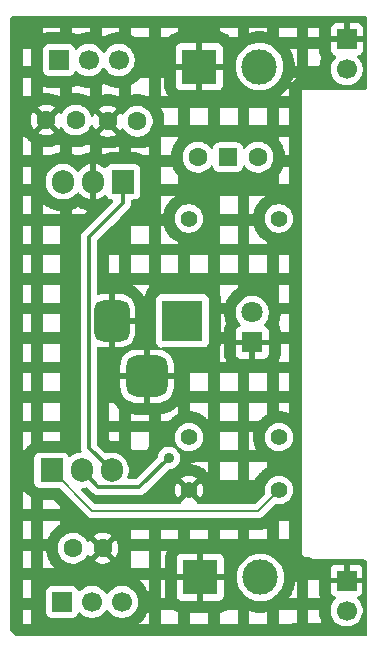
<source format=gbl>
%TF.GenerationSoftware,KiCad,Pcbnew,9.0.4*%
%TF.CreationDate,2025-10-15T15:11:25+01:00*%
%TF.ProjectId,breadboardPowerSupply,62726561-6462-46f6-9172-64506f776572,rev?*%
%TF.SameCoordinates,Original*%
%TF.FileFunction,Copper,L2,Bot*%
%TF.FilePolarity,Positive*%
%FSLAX46Y46*%
G04 Gerber Fmt 4.6, Leading zero omitted, Abs format (unit mm)*
G04 Created by KiCad (PCBNEW 9.0.4) date 2025-10-15 15:11:25*
%MOMM*%
%LPD*%
G01*
G04 APERTURE LIST*
G04 Aperture macros list*
%AMRoundRect*
0 Rectangle with rounded corners*
0 $1 Rounding radius*
0 $2 $3 $4 $5 $6 $7 $8 $9 X,Y pos of 4 corners*
0 Add a 4 corners polygon primitive as box body*
4,1,4,$2,$3,$4,$5,$6,$7,$8,$9,$2,$3,0*
0 Add four circle primitives for the rounded corners*
1,1,$1+$1,$2,$3*
1,1,$1+$1,$4,$5*
1,1,$1+$1,$6,$7*
1,1,$1+$1,$8,$9*
0 Add four rect primitives between the rounded corners*
20,1,$1+$1,$2,$3,$4,$5,0*
20,1,$1+$1,$4,$5,$6,$7,0*
20,1,$1+$1,$6,$7,$8,$9,0*
20,1,$1+$1,$8,$9,$2,$3,0*%
G04 Aperture macros list end*
%TA.AperFunction,ComponentPad*%
%ADD10RoundRect,0.875000X-0.875000X-0.875000X0.875000X-0.875000X0.875000X0.875000X-0.875000X0.875000X0*%
%TD*%
%TA.AperFunction,ComponentPad*%
%ADD11RoundRect,0.750000X-0.750000X-1.000000X0.750000X-1.000000X0.750000X1.000000X-0.750000X1.000000X0*%
%TD*%
%TA.AperFunction,ComponentPad*%
%ADD12R,3.500000X3.500000*%
%TD*%
%TA.AperFunction,ComponentPad*%
%ADD13R,3.000000X3.000000*%
%TD*%
%TA.AperFunction,ComponentPad*%
%ADD14C,3.000000*%
%TD*%
%TA.AperFunction,ComponentPad*%
%ADD15C,1.400000*%
%TD*%
%TA.AperFunction,ComponentPad*%
%ADD16R,1.500000X1.500000*%
%TD*%
%TA.AperFunction,ComponentPad*%
%ADD17C,1.600000*%
%TD*%
%TA.AperFunction,ComponentPad*%
%ADD18R,1.700000X1.700000*%
%TD*%
%TA.AperFunction,ComponentPad*%
%ADD19C,1.700000*%
%TD*%
%TA.AperFunction,ComponentPad*%
%ADD20R,1.800000X1.800000*%
%TD*%
%TA.AperFunction,ComponentPad*%
%ADD21C,1.800000*%
%TD*%
%TA.AperFunction,ComponentPad*%
%ADD22R,1.905000X2.000000*%
%TD*%
%TA.AperFunction,ComponentPad*%
%ADD23O,1.905000X2.000000*%
%TD*%
%TA.AperFunction,ViaPad*%
%ADD24C,0.900000*%
%TD*%
%TA.AperFunction,Conductor*%
%ADD25C,0.350000*%
%TD*%
%TA.AperFunction,Conductor*%
%ADD26C,0.200000*%
%TD*%
G04 APERTURE END LIST*
D10*
%TO.P,J6,3*%
%TO.N,GND*%
X153090000Y-115982500D03*
D11*
%TO.P,J6,2*%
X150090000Y-111282500D03*
D12*
%TO.P,J6,1*%
%TO.N,/PWR_input*%
X156090000Y-111282500D03*
%TD*%
D13*
%TO.P,J5,1,Pin_1*%
%TO.N,GND*%
X157600000Y-133010000D03*
D14*
%TO.P,J5,2,Pin_2*%
%TO.N,/PWR_output*%
X162680000Y-133010000D03*
%TD*%
D15*
%TO.P,R3,1*%
%TO.N,GND*%
X156640000Y-125620000D03*
%TO.P,R3,2*%
%TO.N,Net-(U2-ADJ)*%
X164260000Y-125620000D03*
%TD*%
D16*
%TO.P,SW1,1,B*%
%TO.N,/PWR_input*%
X159940000Y-97440000D03*
D17*
%TO.P,SW1,2,C*%
%TO.N,unconnected-(SW1-C-Pad2)*%
X157400000Y-97440000D03*
%TO.P,SW1,3,A*%
%TO.N,/12V*%
X162480000Y-97440000D03*
%TD*%
D18*
%TO.P,J1,1,Pin_1*%
%TO.N,GND*%
X170000000Y-87460000D03*
D19*
%TO.P,J1,2,Pin_2*%
%TO.N,/PWR_output*%
X170000000Y-90000000D03*
%TD*%
D18*
%TO.P,J4,1,Pin_1*%
%TO.N,/3.3V*%
X145890000Y-135090000D03*
D19*
%TO.P,J4,2,Pin_2*%
%TO.N,/PWR_output*%
X148430000Y-135090000D03*
%TO.P,J4,3,Pin_3*%
%TO.N,/5V*%
X150970000Y-135090000D03*
%TD*%
D17*
%TO.P,C1,1*%
%TO.N,GND*%
X149760000Y-94400000D03*
%TO.P,C1,2*%
%TO.N,/12V*%
X152260000Y-94400000D03*
%TD*%
D18*
%TO.P,J3,1,Pin_1*%
%TO.N,/3.3V*%
X145620000Y-89210000D03*
D19*
%TO.P,J3,2,Pin_2*%
%TO.N,/PWR_output*%
X148160000Y-89210000D03*
%TO.P,J3,3,Pin_3*%
%TO.N,/5V*%
X150700000Y-89210000D03*
%TD*%
D13*
%TO.P,J7,1,Pin_1*%
%TO.N,GND*%
X157520000Y-89770000D03*
D14*
%TO.P,J7,2,Pin_2*%
%TO.N,/PWR_output*%
X162600000Y-89770000D03*
%TD*%
D18*
%TO.P,J2,1,Pin_1*%
%TO.N,GND*%
X169980000Y-133280000D03*
D19*
%TO.P,J2,2,Pin_2*%
%TO.N,/PWR_output*%
X169980000Y-135820000D03*
%TD*%
D17*
%TO.P,C3,1*%
%TO.N,/3.3V*%
X146830000Y-130550000D03*
%TO.P,C3,2*%
%TO.N,GND*%
X149330000Y-130550000D03*
%TD*%
D15*
%TO.P,R1,1*%
%TO.N,Net-(U2-ADJ)*%
X164260000Y-121150000D03*
%TO.P,R1,2*%
%TO.N,/3.3V*%
X156640000Y-121150000D03*
%TD*%
D17*
%TO.P,C2,1*%
%TO.N,/5V*%
X147070000Y-94300000D03*
%TO.P,C2,2*%
%TO.N,GND*%
X144570000Y-94300000D03*
%TD*%
D20*
%TO.P,D1,1,K*%
%TO.N,GND*%
X162000000Y-113125000D03*
D21*
%TO.P,D1,2,A*%
%TO.N,Net-(D1-A)*%
X162000000Y-110585000D03*
%TD*%
D22*
%TO.P,U2,1,ADJ*%
%TO.N,Net-(U2-ADJ)*%
X145000000Y-123950000D03*
D23*
%TO.P,U2,2,VO*%
%TO.N,/3.3V*%
X147540000Y-123950000D03*
%TO.P,U2,3,VI*%
%TO.N,/12V*%
X150080000Y-123950000D03*
%TD*%
D15*
%TO.P,R2,1*%
%TO.N,Net-(D1-A)*%
X156620000Y-102640000D03*
%TO.P,R2,2*%
%TO.N,/12V*%
X164240000Y-102640000D03*
%TD*%
D22*
%TO.P,U1,1,VI*%
%TO.N,/12V*%
X151060000Y-99520000D03*
D23*
%TO.P,U1,2,GND*%
%TO.N,GND*%
X148520000Y-99520000D03*
%TO.P,U1,3,VO*%
%TO.N,/5V*%
X145980000Y-99520000D03*
%TD*%
D24*
%TO.N,/3.3V*%
X154925000Y-122900000D03*
%TD*%
D25*
%TO.N,/12V*%
X151060000Y-101320000D02*
X151060000Y-99520000D01*
X148164000Y-104216000D02*
X151060000Y-101320000D01*
X150080000Y-123950000D02*
X148164000Y-122034000D01*
X148164000Y-122034000D02*
X148164000Y-104216000D01*
%TO.N,/3.3V*%
X148966000Y-125376000D02*
X147540000Y-123950000D01*
X154925000Y-122900000D02*
X152449000Y-125376000D01*
X152449000Y-125376000D02*
X148966000Y-125376000D01*
D26*
%TO.N,Net-(U2-ADJ)*%
X162480000Y-127400000D02*
X164260000Y-125620000D01*
X145000000Y-123950000D02*
X148450000Y-127400000D01*
X148450000Y-127400000D02*
X162480000Y-127400000D01*
%TD*%
%TA.AperFunction,Conductor*%
%TO.N,GND*%
G36*
X171509631Y-85502025D02*
G01*
X171557706Y-85509639D01*
X171594595Y-85521625D01*
X171629156Y-85539235D01*
X171660538Y-85562036D01*
X171687963Y-85589461D01*
X171710765Y-85620845D01*
X171726427Y-85651583D01*
X171728372Y-85655399D01*
X171740361Y-85692297D01*
X171747973Y-85740357D01*
X171749500Y-85759755D01*
X171749500Y-91490244D01*
X171747973Y-91509642D01*
X171740361Y-91557702D01*
X171728372Y-91594600D01*
X171710766Y-91629153D01*
X171687963Y-91660538D01*
X171660538Y-91687963D01*
X171629153Y-91710766D01*
X171594600Y-91728372D01*
X171557702Y-91740361D01*
X171522884Y-91745875D01*
X171509640Y-91747973D01*
X171490244Y-91749500D01*
X167401577Y-91749500D01*
X167400077Y-91749618D01*
X167390354Y-91750000D01*
X166250000Y-91750000D01*
X166250000Y-92890354D01*
X166249618Y-92900077D01*
X166249500Y-92901577D01*
X166249500Y-130348420D01*
X166249617Y-130349906D01*
X166250000Y-130359640D01*
X166250000Y-131000000D01*
X166500000Y-131250000D01*
X166708613Y-131250000D01*
X166775652Y-131269685D01*
X166781498Y-131273682D01*
X166838682Y-131315228D01*
X166844595Y-131319524D01*
X166941272Y-131368783D01*
X167019970Y-131408882D01*
X167019972Y-131408882D01*
X167019975Y-131408884D01*
X167120317Y-131441487D01*
X167207173Y-131469709D01*
X167401578Y-131500500D01*
X167401583Y-131500500D01*
X167434108Y-131500500D01*
X171434108Y-131500500D01*
X171490244Y-131500500D01*
X171509631Y-131502025D01*
X171557706Y-131509639D01*
X171594595Y-131521625D01*
X171629156Y-131539235D01*
X171660538Y-131562036D01*
X171687963Y-131589461D01*
X171710765Y-131620845D01*
X171726427Y-131651583D01*
X171728372Y-131655399D01*
X171740361Y-131692297D01*
X171747973Y-131740357D01*
X171749500Y-131759755D01*
X171749500Y-137740244D01*
X171747973Y-137759642D01*
X171740361Y-137807702D01*
X171728372Y-137844600D01*
X171710766Y-137879153D01*
X171687963Y-137910538D01*
X171660538Y-137937963D01*
X171629153Y-137960766D01*
X171594600Y-137978372D01*
X171557702Y-137990361D01*
X171522884Y-137995875D01*
X171509640Y-137997973D01*
X171490244Y-137999500D01*
X142050862Y-137999500D01*
X141983823Y-137979815D01*
X141963181Y-137963181D01*
X141536819Y-137536819D01*
X141503334Y-137475496D01*
X141500500Y-137449138D01*
X141500500Y-137001500D01*
X142624000Y-137001500D01*
X143250500Y-137001500D01*
X152334553Y-137001500D01*
X153250500Y-137001500D01*
X154248500Y-137001500D01*
X155750500Y-137001500D01*
X155750500Y-136008000D01*
X156748500Y-136008000D01*
X156748500Y-137001500D01*
X158250500Y-137001500D01*
X158250500Y-136008000D01*
X157649454Y-136008000D01*
X157623950Y-136002927D01*
X159248500Y-136002927D01*
X159248500Y-137001500D01*
X160750500Y-137001500D01*
X161748500Y-137001500D01*
X163250500Y-137001500D01*
X164248500Y-137001500D01*
X165223439Y-137001500D01*
X165503635Y-136885439D01*
X165551088Y-136876000D01*
X165750500Y-136876000D01*
X166748500Y-136876000D01*
X167882276Y-136876000D01*
X167830314Y-136774019D01*
X167828189Y-136769636D01*
X167815846Y-136742861D01*
X167813891Y-136738392D01*
X167798893Y-136702175D01*
X167797121Y-136697647D01*
X167786936Y-136670037D01*
X167785342Y-136665440D01*
X167707545Y-136426007D01*
X167706131Y-136421347D01*
X167698138Y-136393005D01*
X167696911Y-136388300D01*
X167687758Y-136350183D01*
X167686713Y-136345423D01*
X167680964Y-136316523D01*
X167680108Y-136311728D01*
X167640723Y-136063059D01*
X167640056Y-136058236D01*
X167636596Y-136029003D01*
X167636119Y-136024165D01*
X167633041Y-135985086D01*
X167632754Y-135980221D01*
X167631596Y-135950769D01*
X167631500Y-135945897D01*
X167631500Y-135748500D01*
X166748500Y-135748500D01*
X166748500Y-136876000D01*
X165750500Y-136876000D01*
X165750500Y-135748500D01*
X164248500Y-135748500D01*
X164248500Y-137001500D01*
X163250500Y-137001500D01*
X163250500Y-135958140D01*
X163249802Y-135958279D01*
X163245812Y-135959005D01*
X163221592Y-135963004D01*
X163217578Y-135963599D01*
X162925195Y-136002093D01*
X162921167Y-136002556D01*
X162896737Y-136004963D01*
X162892687Y-136005296D01*
X162860090Y-136007432D01*
X162856039Y-136007631D01*
X162831508Y-136008434D01*
X162827451Y-136008500D01*
X162532549Y-136008500D01*
X162528492Y-136008434D01*
X162503961Y-136007631D01*
X162499910Y-136007432D01*
X162467313Y-136005296D01*
X162463263Y-136004963D01*
X162438833Y-136002556D01*
X162434805Y-136002093D01*
X162142422Y-135963599D01*
X162138408Y-135963004D01*
X162114188Y-135959005D01*
X162110198Y-135958279D01*
X162078162Y-135951907D01*
X162074194Y-135951050D01*
X162050293Y-135945477D01*
X162046357Y-135944491D01*
X161761520Y-135868169D01*
X161757624Y-135867056D01*
X161748500Y-135864288D01*
X161748500Y-137001500D01*
X160750500Y-137001500D01*
X160750500Y-135748500D01*
X159945236Y-135748500D01*
X159911632Y-135773656D01*
X159904362Y-135778703D01*
X159859295Y-135807667D01*
X159851681Y-135812185D01*
X159789091Y-135846362D01*
X159781177Y-135850323D01*
X159732441Y-135872581D01*
X159724261Y-135875970D01*
X159526904Y-135949579D01*
X159519564Y-135952058D01*
X159474695Y-135965668D01*
X159467212Y-135967685D01*
X159406501Y-135982028D01*
X159398916Y-135983572D01*
X159352738Y-135991478D01*
X159345069Y-135992545D01*
X159248500Y-136002927D01*
X157623950Y-136002927D01*
X157602000Y-135998561D01*
X157600000Y-135997732D01*
X157598000Y-135998561D01*
X157550546Y-136008000D01*
X156748500Y-136008000D01*
X155750500Y-136008000D01*
X155750500Y-135971869D01*
X155732788Y-135967685D01*
X155725305Y-135965668D01*
X155680436Y-135952058D01*
X155673096Y-135949579D01*
X155475739Y-135875970D01*
X155467559Y-135872581D01*
X155418823Y-135850323D01*
X155410909Y-135846362D01*
X155348319Y-135812185D01*
X155340705Y-135807667D01*
X155295638Y-135778703D01*
X155288368Y-135773656D01*
X155254764Y-135748500D01*
X154248500Y-135748500D01*
X154248500Y-137001500D01*
X153250500Y-137001500D01*
X153250500Y-135748500D01*
X153225399Y-135748500D01*
X153164658Y-135935440D01*
X153163064Y-135940037D01*
X153152879Y-135967647D01*
X153151107Y-135972175D01*
X153136109Y-136008392D01*
X153134154Y-136012861D01*
X153121811Y-136039636D01*
X153119686Y-136044019D01*
X153005378Y-136268361D01*
X153003083Y-136272654D01*
X152988693Y-136298350D01*
X152986231Y-136302550D01*
X152965750Y-136335973D01*
X152963126Y-136340073D01*
X152946760Y-136364568D01*
X152943974Y-136368565D01*
X152795975Y-136572269D01*
X152793032Y-136576157D01*
X152774773Y-136599316D01*
X152771683Y-136603081D01*
X152746222Y-136632888D01*
X152742988Y-136636527D01*
X152723014Y-136658132D01*
X152719644Y-136661636D01*
X152541636Y-136839644D01*
X152538132Y-136843014D01*
X152516527Y-136862988D01*
X152512888Y-136866222D01*
X152483081Y-136891683D01*
X152479316Y-136894773D01*
X152456157Y-136913032D01*
X152452269Y-136915975D01*
X152334553Y-137001500D01*
X143250500Y-137001500D01*
X143250500Y-135748500D01*
X142624000Y-135748500D01*
X142624000Y-137001500D01*
X141500500Y-137001500D01*
X141500500Y-134750500D01*
X142624000Y-134750500D01*
X143250500Y-134750500D01*
X143250500Y-134192135D01*
X144539500Y-134192135D01*
X144539500Y-135987870D01*
X144539501Y-135987876D01*
X144545908Y-136047483D01*
X144596202Y-136182328D01*
X144596206Y-136182335D01*
X144682452Y-136297544D01*
X144682455Y-136297547D01*
X144797664Y-136383793D01*
X144797671Y-136383797D01*
X144932517Y-136434091D01*
X144932516Y-136434091D01*
X144939444Y-136434835D01*
X144992127Y-136440500D01*
X146787872Y-136440499D01*
X146847483Y-136434091D01*
X146982331Y-136383796D01*
X147097546Y-136297546D01*
X147183796Y-136182331D01*
X147232810Y-136050916D01*
X147274681Y-135994984D01*
X147340145Y-135970566D01*
X147408418Y-135985417D01*
X147436673Y-136006569D01*
X147550213Y-136120109D01*
X147722179Y-136245048D01*
X147722181Y-136245049D01*
X147722184Y-136245051D01*
X147911588Y-136341557D01*
X148113757Y-136407246D01*
X148323713Y-136440500D01*
X148323714Y-136440500D01*
X148536286Y-136440500D01*
X148536287Y-136440500D01*
X148746243Y-136407246D01*
X148948412Y-136341557D01*
X149137816Y-136245051D01*
X149224138Y-136182335D01*
X149309786Y-136120109D01*
X149309788Y-136120106D01*
X149309792Y-136120104D01*
X149460104Y-135969792D01*
X149460106Y-135969788D01*
X149460109Y-135969786D01*
X149585048Y-135797820D01*
X149585047Y-135797820D01*
X149585051Y-135797816D01*
X149589514Y-135789054D01*
X149637488Y-135738259D01*
X149705308Y-135721463D01*
X149771444Y-135743999D01*
X149810486Y-135789056D01*
X149814951Y-135797820D01*
X149939890Y-135969786D01*
X150090213Y-136120109D01*
X150262179Y-136245048D01*
X150262181Y-136245049D01*
X150262184Y-136245051D01*
X150451588Y-136341557D01*
X150653757Y-136407246D01*
X150863713Y-136440500D01*
X150863714Y-136440500D01*
X151076286Y-136440500D01*
X151076287Y-136440500D01*
X151286243Y-136407246D01*
X151488412Y-136341557D01*
X151677816Y-136245051D01*
X151764138Y-136182335D01*
X151849786Y-136120109D01*
X151849788Y-136120106D01*
X151849792Y-136120104D01*
X152000104Y-135969792D01*
X152000106Y-135969788D01*
X152000109Y-135969786D01*
X152125048Y-135797820D01*
X152125047Y-135797820D01*
X152125051Y-135797816D01*
X152167904Y-135713713D01*
X168629500Y-135713713D01*
X168629500Y-135926287D01*
X168635410Y-135963599D01*
X168660198Y-136120109D01*
X168662754Y-136136243D01*
X168677730Y-136182335D01*
X168728444Y-136338414D01*
X168824951Y-136527820D01*
X168949890Y-136699786D01*
X169100213Y-136850109D01*
X169272179Y-136975048D01*
X169272181Y-136975049D01*
X169272184Y-136975051D01*
X169461588Y-137071557D01*
X169663757Y-137137246D01*
X169873713Y-137170500D01*
X169873714Y-137170500D01*
X170086286Y-137170500D01*
X170086287Y-137170500D01*
X170296243Y-137137246D01*
X170498412Y-137071557D01*
X170687816Y-136975051D01*
X170769128Y-136915975D01*
X170859786Y-136850109D01*
X170859788Y-136850106D01*
X170859792Y-136850104D01*
X171010104Y-136699792D01*
X171010106Y-136699788D01*
X171010109Y-136699786D01*
X171135048Y-136527820D01*
X171135047Y-136527820D01*
X171135051Y-136527816D01*
X171231557Y-136338412D01*
X171297246Y-136136243D01*
X171330500Y-135926287D01*
X171330500Y-135713713D01*
X171297246Y-135503757D01*
X171231557Y-135301588D01*
X171135051Y-135112184D01*
X171135049Y-135112181D01*
X171135048Y-135112179D01*
X171010109Y-134940213D01*
X170896181Y-134826285D01*
X170862696Y-134764962D01*
X170867680Y-134695270D01*
X170909552Y-134639337D01*
X170940529Y-134622422D01*
X171072086Y-134573354D01*
X171072093Y-134573350D01*
X171187187Y-134487190D01*
X171187190Y-134487187D01*
X171273350Y-134372093D01*
X171273354Y-134372086D01*
X171323596Y-134237379D01*
X171323598Y-134237372D01*
X171329999Y-134177844D01*
X171330000Y-134177827D01*
X171330000Y-133530000D01*
X170413012Y-133530000D01*
X170445925Y-133472993D01*
X170480000Y-133345826D01*
X170480000Y-133214174D01*
X170445925Y-133087007D01*
X170413012Y-133030000D01*
X171330000Y-133030000D01*
X171330000Y-132382172D01*
X171329999Y-132382155D01*
X171323598Y-132322627D01*
X171323596Y-132322620D01*
X171273354Y-132187913D01*
X171273350Y-132187906D01*
X171187190Y-132072812D01*
X171187187Y-132072809D01*
X171072093Y-131986649D01*
X171072086Y-131986645D01*
X170937379Y-131936403D01*
X170937372Y-131936401D01*
X170877844Y-131930000D01*
X170230000Y-131930000D01*
X170230000Y-132846988D01*
X170172993Y-132814075D01*
X170045826Y-132780000D01*
X169914174Y-132780000D01*
X169787007Y-132814075D01*
X169730000Y-132846988D01*
X169730000Y-131930000D01*
X169082155Y-131930000D01*
X169022627Y-131936401D01*
X169022620Y-131936403D01*
X168887913Y-131986645D01*
X168887906Y-131986649D01*
X168772812Y-132072809D01*
X168772809Y-132072812D01*
X168686649Y-132187906D01*
X168686645Y-132187913D01*
X168636403Y-132322620D01*
X168636401Y-132322627D01*
X168630000Y-132382155D01*
X168630000Y-133030000D01*
X169546988Y-133030000D01*
X169514075Y-133087007D01*
X169480000Y-133214174D01*
X169480000Y-133345826D01*
X169514075Y-133472993D01*
X169546988Y-133530000D01*
X168630000Y-133530000D01*
X168630000Y-134177844D01*
X168636401Y-134237372D01*
X168636403Y-134237379D01*
X168686645Y-134372086D01*
X168686649Y-134372093D01*
X168772809Y-134487187D01*
X168772812Y-134487190D01*
X168887906Y-134573350D01*
X168887913Y-134573354D01*
X169019470Y-134622422D01*
X169075404Y-134664293D01*
X169099821Y-134729758D01*
X169084969Y-134798031D01*
X169063819Y-134826285D01*
X168949889Y-134940215D01*
X168824951Y-135112179D01*
X168728444Y-135301585D01*
X168662753Y-135503760D01*
X168655168Y-135551650D01*
X168629500Y-135713713D01*
X152167904Y-135713713D01*
X152221557Y-135608412D01*
X152287246Y-135406243D01*
X152320500Y-135196287D01*
X152320500Y-134983713D01*
X152287246Y-134773757D01*
X152279689Y-134750500D01*
X154248500Y-134750500D01*
X154616964Y-134750500D01*
X154606289Y-134651217D01*
X154605977Y-134647905D01*
X154604364Y-134627856D01*
X154604142Y-134624542D01*
X154602713Y-134597855D01*
X154602580Y-134594539D01*
X154602044Y-134574491D01*
X154602000Y-134571177D01*
X154602000Y-133248500D01*
X154248500Y-133248500D01*
X154248500Y-134750500D01*
X152279689Y-134750500D01*
X152221557Y-134571588D01*
X152125051Y-134382184D01*
X152125049Y-134382181D01*
X152125048Y-134382179D01*
X152000109Y-134210213D01*
X151849786Y-134059890D01*
X151677820Y-133934951D01*
X151488414Y-133838444D01*
X151488413Y-133838443D01*
X151488412Y-133838443D01*
X151286243Y-133772754D01*
X151286241Y-133772753D01*
X151286240Y-133772753D01*
X151124957Y-133747208D01*
X151076287Y-133739500D01*
X150863713Y-133739500D01*
X150815042Y-133747208D01*
X150653760Y-133772753D01*
X150451585Y-133838444D01*
X150262179Y-133934951D01*
X150090213Y-134059890D01*
X149939890Y-134210213D01*
X149814949Y-134382182D01*
X149810484Y-134390946D01*
X149762509Y-134441742D01*
X149694688Y-134458536D01*
X149628553Y-134435998D01*
X149589516Y-134390946D01*
X149585050Y-134382182D01*
X149460109Y-134210213D01*
X149309786Y-134059890D01*
X149137820Y-133934951D01*
X148948414Y-133838444D01*
X148948413Y-133838443D01*
X148948412Y-133838443D01*
X148746243Y-133772754D01*
X148746241Y-133772753D01*
X148746240Y-133772753D01*
X148584957Y-133747208D01*
X148536287Y-133739500D01*
X148323713Y-133739500D01*
X148275042Y-133747208D01*
X148113760Y-133772753D01*
X147911585Y-133838444D01*
X147722179Y-133934951D01*
X147550215Y-134059889D01*
X147436673Y-134173431D01*
X147375350Y-134206915D01*
X147305658Y-134201931D01*
X147249725Y-134160059D01*
X147232810Y-134129082D01*
X147183797Y-133997671D01*
X147183793Y-133997664D01*
X147097547Y-133882455D01*
X147097544Y-133882452D01*
X146982335Y-133796206D01*
X146982328Y-133796202D01*
X146847482Y-133745908D01*
X146847483Y-133745908D01*
X146787883Y-133739501D01*
X146787881Y-133739500D01*
X146787873Y-133739500D01*
X146787864Y-133739500D01*
X144992129Y-133739500D01*
X144992123Y-133739501D01*
X144932516Y-133745908D01*
X144797671Y-133796202D01*
X144797664Y-133796206D01*
X144682455Y-133882452D01*
X144682452Y-133882455D01*
X144596206Y-133997664D01*
X144596202Y-133997671D01*
X144545908Y-134132517D01*
X144539501Y-134192116D01*
X144539500Y-134192135D01*
X143250500Y-134192135D01*
X143250500Y-133248500D01*
X152430901Y-133248500D01*
X152452269Y-133264025D01*
X152456157Y-133266968D01*
X152479316Y-133285227D01*
X152483081Y-133288317D01*
X152512888Y-133313778D01*
X152516527Y-133317012D01*
X152538132Y-133336986D01*
X152541636Y-133340356D01*
X152719644Y-133518364D01*
X152723014Y-133521868D01*
X152742988Y-133543473D01*
X152746222Y-133547112D01*
X152771683Y-133576919D01*
X152774773Y-133580684D01*
X152793032Y-133603843D01*
X152795975Y-133607731D01*
X152943974Y-133811435D01*
X152946760Y-133815432D01*
X152963126Y-133839927D01*
X152965750Y-133844027D01*
X152986231Y-133877450D01*
X152988693Y-133881650D01*
X153003083Y-133907346D01*
X153005378Y-133911639D01*
X153119686Y-134135981D01*
X153121811Y-134140364D01*
X153134154Y-134167139D01*
X153136109Y-134171608D01*
X153151107Y-134207825D01*
X153152879Y-134212353D01*
X153163064Y-134239963D01*
X153164658Y-134244560D01*
X153242455Y-134483993D01*
X153243869Y-134488653D01*
X153250500Y-134512165D01*
X153250500Y-133248500D01*
X152430901Y-133248500D01*
X143250500Y-133248500D01*
X142624000Y-133248500D01*
X142624000Y-134750500D01*
X141500500Y-134750500D01*
X141500500Y-132250500D01*
X142624000Y-132250500D01*
X143250500Y-132250500D01*
X144248500Y-132250500D01*
X145279931Y-132250500D01*
X151748500Y-132250500D01*
X153250500Y-132250500D01*
X154248500Y-132250500D01*
X154602000Y-132250500D01*
X154602000Y-131462155D01*
X155600000Y-131462155D01*
X155600000Y-132760000D01*
X156880936Y-132760000D01*
X156869207Y-132788316D01*
X156840000Y-132935147D01*
X156840000Y-133084853D01*
X156869207Y-133231684D01*
X156880936Y-133260000D01*
X155600000Y-133260000D01*
X155600000Y-134557844D01*
X155606401Y-134617372D01*
X155606403Y-134617379D01*
X155656645Y-134752086D01*
X155656649Y-134752093D01*
X155742809Y-134867187D01*
X155742812Y-134867190D01*
X155857906Y-134953350D01*
X155857913Y-134953354D01*
X155992620Y-135003596D01*
X155992627Y-135003598D01*
X156052155Y-135009999D01*
X156052172Y-135010000D01*
X157350000Y-135010000D01*
X157350000Y-133729064D01*
X157378316Y-133740793D01*
X157525147Y-133770000D01*
X157674853Y-133770000D01*
X157821684Y-133740793D01*
X157850000Y-133729064D01*
X157850000Y-135010000D01*
X159147828Y-135010000D01*
X159147844Y-135009999D01*
X159207372Y-135003598D01*
X159207379Y-135003596D01*
X159342086Y-134953354D01*
X159342093Y-134953350D01*
X159457187Y-134867190D01*
X159457190Y-134867187D01*
X159543350Y-134752093D01*
X159543354Y-134752086D01*
X159593596Y-134617379D01*
X159593598Y-134617372D01*
X159599999Y-134557844D01*
X159600000Y-134557827D01*
X159600000Y-133260000D01*
X158319064Y-133260000D01*
X158330793Y-133231684D01*
X158360000Y-133084853D01*
X158360000Y-132935147D01*
X158348806Y-132878872D01*
X160679500Y-132878872D01*
X160679500Y-133141127D01*
X160698879Y-133288317D01*
X160713730Y-133401116D01*
X160769092Y-133607731D01*
X160781602Y-133654418D01*
X160781605Y-133654428D01*
X160881953Y-133896690D01*
X160881958Y-133896700D01*
X161013075Y-134123803D01*
X161172718Y-134331851D01*
X161172726Y-134331860D01*
X161358140Y-134517274D01*
X161358148Y-134517281D01*
X161566196Y-134676924D01*
X161793299Y-134808041D01*
X161793309Y-134808046D01*
X161936096Y-134867190D01*
X162035581Y-134908398D01*
X162288884Y-134976270D01*
X162537188Y-135008960D01*
X162545074Y-135009999D01*
X162548880Y-135010500D01*
X162548887Y-135010500D01*
X162811113Y-135010500D01*
X162811120Y-135010500D01*
X163071116Y-134976270D01*
X163324419Y-134908398D01*
X163566697Y-134808043D01*
X163666365Y-134750500D01*
X165123994Y-134750500D01*
X165750500Y-134750500D01*
X166748500Y-134750500D01*
X167762627Y-134750500D01*
X167690421Y-134556904D01*
X167687942Y-134549564D01*
X167674332Y-134504695D01*
X167672315Y-134497212D01*
X167657972Y-134436501D01*
X167656428Y-134428916D01*
X167648522Y-134382738D01*
X167647455Y-134375069D01*
X167636289Y-134271217D01*
X167635977Y-134267905D01*
X167634364Y-134247856D01*
X167634142Y-134244542D01*
X167632713Y-134217855D01*
X167632580Y-134214539D01*
X167632044Y-134194491D01*
X167632000Y-134191177D01*
X167632000Y-133329454D01*
X167641439Y-133282002D01*
X167642268Y-133280000D01*
X167641439Y-133277998D01*
X167635571Y-133248500D01*
X166748500Y-133248500D01*
X166748500Y-134750500D01*
X165750500Y-134750500D01*
X165750500Y-133248500D01*
X165672819Y-133248500D01*
X165672556Y-133251167D01*
X165672093Y-133255195D01*
X165633599Y-133547578D01*
X165633004Y-133551592D01*
X165629005Y-133575812D01*
X165628279Y-133579802D01*
X165621907Y-133611838D01*
X165621050Y-133615806D01*
X165615477Y-133639707D01*
X165614491Y-133643643D01*
X165538169Y-133928480D01*
X165537056Y-133932376D01*
X165529941Y-133955835D01*
X165528702Y-133959692D01*
X165518205Y-133990625D01*
X165516835Y-133994456D01*
X165508178Y-134017458D01*
X165506686Y-134021233D01*
X165393822Y-134293712D01*
X165392206Y-134297439D01*
X165382068Y-134319812D01*
X165380333Y-134323480D01*
X165365885Y-134352775D01*
X165364031Y-134356384D01*
X165352468Y-134378015D01*
X165350499Y-134381558D01*
X165203051Y-134636947D01*
X165200966Y-134640426D01*
X165188001Y-134661276D01*
X165185800Y-134664689D01*
X165167651Y-134691850D01*
X165165343Y-134695185D01*
X165151047Y-134715135D01*
X165148629Y-134718395D01*
X165123994Y-134750500D01*
X163666365Y-134750500D01*
X163793803Y-134676924D01*
X164001851Y-134517282D01*
X164001855Y-134517277D01*
X164001860Y-134517274D01*
X164187274Y-134331860D01*
X164187277Y-134331855D01*
X164187282Y-134331851D01*
X164346924Y-134123803D01*
X164478043Y-133896697D01*
X164483944Y-133882452D01*
X164519669Y-133796202D01*
X164578398Y-133654419D01*
X164646270Y-133401116D01*
X164680500Y-133141120D01*
X164680500Y-132878880D01*
X164646270Y-132618884D01*
X164578398Y-132365581D01*
X164530523Y-132250000D01*
X164478046Y-132123309D01*
X164478041Y-132123299D01*
X164346924Y-131896196D01*
X164187281Y-131688148D01*
X164187274Y-131688140D01*
X164001860Y-131502726D01*
X164001851Y-131502718D01*
X163793803Y-131343075D01*
X163566700Y-131211958D01*
X163566690Y-131211953D01*
X163324428Y-131111605D01*
X163324421Y-131111603D01*
X163324419Y-131111602D01*
X163071116Y-131043730D01*
X163003204Y-131034789D01*
X162811127Y-131009500D01*
X162811120Y-131009500D01*
X162548880Y-131009500D01*
X162548872Y-131009500D01*
X162317772Y-131039926D01*
X162288884Y-131043730D01*
X162054540Y-131106522D01*
X162035581Y-131111602D01*
X162035571Y-131111605D01*
X161793309Y-131211953D01*
X161793299Y-131211958D01*
X161566196Y-131343075D01*
X161358148Y-131502718D01*
X161172718Y-131688148D01*
X161013075Y-131896196D01*
X160881958Y-132123299D01*
X160881953Y-132123309D01*
X160781605Y-132365571D01*
X160781602Y-132365581D01*
X160713730Y-132618885D01*
X160679500Y-132878872D01*
X158348806Y-132878872D01*
X158330793Y-132788316D01*
X158319064Y-132760000D01*
X159600000Y-132760000D01*
X159600000Y-131462172D01*
X159599999Y-131462155D01*
X159593598Y-131402627D01*
X159593596Y-131402620D01*
X159543354Y-131267913D01*
X159543350Y-131267906D01*
X159457190Y-131152812D01*
X159457187Y-131152809D01*
X159342093Y-131066649D01*
X159342086Y-131066645D01*
X159207379Y-131016403D01*
X159207372Y-131016401D01*
X159147844Y-131010000D01*
X157850000Y-131010000D01*
X157850000Y-132290935D01*
X157821684Y-132279207D01*
X157674853Y-132250000D01*
X157525147Y-132250000D01*
X157378316Y-132279207D01*
X157350000Y-132290935D01*
X157350000Y-131010000D01*
X156052155Y-131010000D01*
X155992627Y-131016401D01*
X155992620Y-131016403D01*
X155857913Y-131066645D01*
X155857906Y-131066649D01*
X155742812Y-131152809D01*
X155742809Y-131152812D01*
X155656649Y-131267906D01*
X155656645Y-131267913D01*
X155606403Y-131402620D01*
X155606401Y-131402627D01*
X155600000Y-131462155D01*
X154602000Y-131462155D01*
X154602000Y-131448823D01*
X154602044Y-131445509D01*
X154602580Y-131425461D01*
X154602713Y-131422145D01*
X154604142Y-131395458D01*
X154604364Y-131392144D01*
X154605977Y-131372095D01*
X154606289Y-131368783D01*
X154617455Y-131264931D01*
X154618522Y-131257262D01*
X154626428Y-131211084D01*
X154627972Y-131203499D01*
X154642315Y-131142788D01*
X154644332Y-131135305D01*
X154657942Y-131090436D01*
X154660421Y-131083096D01*
X154734030Y-130885739D01*
X154737419Y-130877559D01*
X154759677Y-130828823D01*
X154763638Y-130820909D01*
X154797815Y-130758319D01*
X154802333Y-130750705D01*
X154803750Y-130748500D01*
X154248500Y-130748500D01*
X154248500Y-132250500D01*
X153250500Y-132250500D01*
X153250500Y-130748500D01*
X151748500Y-130748500D01*
X151748500Y-132250500D01*
X145279931Y-132250500D01*
X145118494Y-132089063D01*
X145115124Y-132085559D01*
X145095150Y-132063954D01*
X145091916Y-132060315D01*
X145066455Y-132030508D01*
X145063365Y-132026743D01*
X145045106Y-132003584D01*
X145042163Y-131999696D01*
X144898790Y-131802358D01*
X144896005Y-131798363D01*
X144879639Y-131773869D01*
X144877014Y-131769767D01*
X144856533Y-131736344D01*
X144854071Y-131732144D01*
X144839681Y-131706448D01*
X144837386Y-131702155D01*
X144726651Y-131484827D01*
X144724525Y-131480443D01*
X144712182Y-131453667D01*
X144710228Y-131449200D01*
X144695230Y-131412984D01*
X144693457Y-131408453D01*
X144683273Y-131380844D01*
X144681680Y-131376250D01*
X144606308Y-131144283D01*
X144604894Y-131139620D01*
X144596891Y-131111241D01*
X144595660Y-131106522D01*
X144586512Y-131068403D01*
X144585470Y-131063652D01*
X144579730Y-131034789D01*
X144578875Y-131030001D01*
X144540723Y-130789125D01*
X144540055Y-130784301D01*
X144536595Y-130755067D01*
X144536119Y-130750230D01*
X144535983Y-130748500D01*
X144248500Y-130748500D01*
X144248500Y-132250500D01*
X143250500Y-132250500D01*
X143250500Y-130748500D01*
X142624000Y-130748500D01*
X142624000Y-132250500D01*
X141500500Y-132250500D01*
X141500500Y-130447648D01*
X145529500Y-130447648D01*
X145529500Y-130652351D01*
X145561522Y-130854534D01*
X145624781Y-131049223D01*
X145677562Y-131152809D01*
X145717585Y-131231359D01*
X145717715Y-131231613D01*
X145838028Y-131397213D01*
X145982786Y-131541971D01*
X146103226Y-131629474D01*
X146148390Y-131662287D01*
X146235061Y-131706448D01*
X146330776Y-131755218D01*
X146330778Y-131755218D01*
X146330781Y-131755220D01*
X146388177Y-131773869D01*
X146525465Y-131818477D01*
X146626557Y-131834488D01*
X146727648Y-131850500D01*
X146727649Y-131850500D01*
X146932351Y-131850500D01*
X146932352Y-131850500D01*
X147134534Y-131818477D01*
X147329219Y-131755220D01*
X147511610Y-131662287D01*
X147649595Y-131562036D01*
X147677213Y-131541971D01*
X147677215Y-131541968D01*
X147677219Y-131541966D01*
X147821966Y-131397219D01*
X147821968Y-131397215D01*
X147821971Y-131397213D01*
X147914624Y-131269685D01*
X147942287Y-131231610D01*
X147969795Y-131177621D01*
X148017769Y-131126826D01*
X148085589Y-131110030D01*
X148151725Y-131132567D01*
X148190765Y-131177621D01*
X148218141Y-131231350D01*
X148218147Y-131231359D01*
X148250523Y-131275921D01*
X148250524Y-131275922D01*
X148930000Y-130596446D01*
X148930000Y-130602661D01*
X148957259Y-130704394D01*
X149009920Y-130795606D01*
X149084394Y-130870080D01*
X149175606Y-130922741D01*
X149277339Y-130950000D01*
X149283553Y-130950000D01*
X148604076Y-131629474D01*
X148648650Y-131661859D01*
X148830968Y-131754755D01*
X149025582Y-131817990D01*
X149227683Y-131850000D01*
X149432317Y-131850000D01*
X149634417Y-131817990D01*
X149829031Y-131754755D01*
X150011349Y-131661859D01*
X150055921Y-131629474D01*
X149376447Y-130950000D01*
X149382661Y-130950000D01*
X149484394Y-130922741D01*
X149575606Y-130870080D01*
X149650080Y-130795606D01*
X149702741Y-130704394D01*
X149730000Y-130602661D01*
X149730000Y-130596448D01*
X150409474Y-131275922D01*
X150409474Y-131275921D01*
X150441859Y-131231349D01*
X150534755Y-131049031D01*
X150597990Y-130854417D01*
X150630000Y-130652317D01*
X150630000Y-130447682D01*
X150597990Y-130245582D01*
X150534755Y-130050968D01*
X150441859Y-129868650D01*
X150409474Y-129824077D01*
X150409474Y-129824076D01*
X149730000Y-130503551D01*
X149730000Y-130497339D01*
X149702741Y-130395606D01*
X149650080Y-130304394D01*
X149575606Y-130229920D01*
X149484394Y-130177259D01*
X149382661Y-130150000D01*
X149376446Y-130150000D01*
X149775946Y-129750500D01*
X151748500Y-129750500D01*
X153250500Y-129750500D01*
X154248500Y-129750500D01*
X155750500Y-129750500D01*
X156748500Y-129750500D01*
X158250500Y-129750500D01*
X159248500Y-129750500D01*
X160750500Y-129750500D01*
X160750500Y-128998500D01*
X161748500Y-128998500D01*
X161748500Y-129750500D01*
X163250500Y-129750500D01*
X164248500Y-129750500D01*
X165126000Y-129750500D01*
X165126000Y-128248500D01*
X164248500Y-128248500D01*
X164248500Y-129750500D01*
X163250500Y-129750500D01*
X163250500Y-128800939D01*
X163182506Y-128840198D01*
X163175349Y-128844024D01*
X163131295Y-128865750D01*
X163123901Y-128869100D01*
X163063509Y-128894115D01*
X163055916Y-128896973D01*
X163009419Y-128912757D01*
X163001654Y-128915113D01*
X162785798Y-128972952D01*
X162777895Y-128974794D01*
X162729743Y-128984372D01*
X162721741Y-128985694D01*
X162656941Y-128994227D01*
X162648864Y-128995022D01*
X162599854Y-128998235D01*
X162591742Y-128998501D01*
X162370015Y-128998501D01*
X162369983Y-128998500D01*
X161748500Y-128998500D01*
X160750500Y-128998500D01*
X159248500Y-128998500D01*
X159248500Y-129750500D01*
X158250500Y-129750500D01*
X158250500Y-128998500D01*
X156748500Y-128998500D01*
X156748500Y-129750500D01*
X155750500Y-129750500D01*
X155750500Y-128998500D01*
X154248500Y-128998500D01*
X154248500Y-129750500D01*
X153250500Y-129750500D01*
X153250500Y-128998500D01*
X151748500Y-128998500D01*
X151748500Y-129750500D01*
X149775946Y-129750500D01*
X150055922Y-129470524D01*
X150055921Y-129470523D01*
X150011359Y-129438147D01*
X150011350Y-129438141D01*
X149829031Y-129345244D01*
X149634417Y-129282009D01*
X149432317Y-129250000D01*
X149227683Y-129250000D01*
X149025582Y-129282009D01*
X148830968Y-129345244D01*
X148648644Y-129438143D01*
X148604077Y-129470523D01*
X148604077Y-129470524D01*
X149283554Y-130150000D01*
X149277339Y-130150000D01*
X149175606Y-130177259D01*
X149084394Y-130229920D01*
X149009920Y-130304394D01*
X148957259Y-130395606D01*
X148930000Y-130497339D01*
X148930000Y-130503553D01*
X148250524Y-129824077D01*
X148250523Y-129824077D01*
X148218143Y-129868644D01*
X148190765Y-129922378D01*
X148142790Y-129973174D01*
X148074969Y-129989969D01*
X148008834Y-129967431D01*
X147969795Y-129922378D01*
X147942284Y-129868385D01*
X147821971Y-129702786D01*
X147677213Y-129558028D01*
X147511613Y-129437715D01*
X147511612Y-129437714D01*
X147511610Y-129437713D01*
X147433365Y-129397845D01*
X147329223Y-129344781D01*
X147134534Y-129281522D01*
X146959995Y-129253878D01*
X146932352Y-129249500D01*
X146727648Y-129249500D01*
X146703329Y-129253351D01*
X146525465Y-129281522D01*
X146330776Y-129344781D01*
X146148386Y-129437715D01*
X145982786Y-129558028D01*
X145838028Y-129702786D01*
X145717715Y-129868386D01*
X145624781Y-130050776D01*
X145561522Y-130245465D01*
X145529500Y-130447648D01*
X141500500Y-130447648D01*
X141500500Y-129750500D01*
X142624000Y-129750500D01*
X143250500Y-129750500D01*
X144248500Y-129750500D01*
X144672988Y-129750500D01*
X144681680Y-129723750D01*
X144683273Y-129719156D01*
X144693457Y-129691547D01*
X144695230Y-129687016D01*
X144710228Y-129650800D01*
X144712182Y-129646333D01*
X144724525Y-129619557D01*
X144726651Y-129615173D01*
X144837386Y-129397845D01*
X144839681Y-129393552D01*
X144854071Y-129367856D01*
X144856533Y-129363656D01*
X144877014Y-129330233D01*
X144879639Y-129326131D01*
X144896005Y-129301637D01*
X144898790Y-129297642D01*
X145042163Y-129100304D01*
X145045106Y-129096416D01*
X145063365Y-129073257D01*
X145066455Y-129069492D01*
X145091916Y-129039685D01*
X145095150Y-129036046D01*
X145115124Y-129014441D01*
X145118494Y-129010937D01*
X145290937Y-128838494D01*
X145294441Y-128835124D01*
X145316046Y-128815150D01*
X145319685Y-128811916D01*
X145349492Y-128786455D01*
X145353257Y-128783365D01*
X145376416Y-128765106D01*
X145380304Y-128762163D01*
X145577642Y-128618790D01*
X145581637Y-128616005D01*
X145606131Y-128599639D01*
X145610233Y-128597014D01*
X145643656Y-128576533D01*
X145647856Y-128574071D01*
X145673552Y-128559681D01*
X145677845Y-128557387D01*
X145750500Y-128520366D01*
X145750500Y-128248500D01*
X144248500Y-128248500D01*
X144248500Y-129750500D01*
X143250500Y-129750500D01*
X143250500Y-128248500D01*
X142624000Y-128248500D01*
X142624000Y-129750500D01*
X141500500Y-129750500D01*
X141500500Y-127250500D01*
X142624000Y-127250500D01*
X143250500Y-127250500D01*
X144248500Y-127250500D01*
X145750500Y-127250500D01*
X145750500Y-126961120D01*
X145237879Y-126448499D01*
X144248500Y-126448499D01*
X144248500Y-127250500D01*
X143250500Y-127250500D01*
X143250500Y-126224032D01*
X143242896Y-126219146D01*
X143235626Y-126214098D01*
X143063327Y-126085114D01*
X143056436Y-126079561D01*
X143015951Y-126044481D01*
X143009472Y-126038449D01*
X142959051Y-125988028D01*
X142953019Y-125981549D01*
X142917939Y-125941064D01*
X142912386Y-125934173D01*
X142783402Y-125761874D01*
X142778354Y-125754604D01*
X142774431Y-125748500D01*
X142624000Y-125748500D01*
X142624000Y-127250500D01*
X141500500Y-127250500D01*
X141500500Y-122902135D01*
X143547000Y-122902135D01*
X143547000Y-124997870D01*
X143547001Y-124997876D01*
X143553408Y-125057483D01*
X143603702Y-125192328D01*
X143603706Y-125192335D01*
X143689952Y-125307544D01*
X143689955Y-125307547D01*
X143805164Y-125393793D01*
X143805171Y-125393797D01*
X143940017Y-125444091D01*
X143940016Y-125444091D01*
X143946944Y-125444835D01*
X143999627Y-125450500D01*
X145599901Y-125450499D01*
X145666940Y-125470184D01*
X145687582Y-125486818D01*
X148081284Y-127880520D01*
X148218215Y-127959577D01*
X148370943Y-128000501D01*
X148370946Y-128000501D01*
X148536654Y-128000501D01*
X148536670Y-128000500D01*
X162393331Y-128000500D01*
X162393347Y-128000501D01*
X162400943Y-128000501D01*
X162559054Y-128000501D01*
X162559057Y-128000501D01*
X162711785Y-127959577D01*
X162761904Y-127930639D01*
X162848716Y-127880520D01*
X162960520Y-127768716D01*
X162960520Y-127768714D01*
X162970728Y-127758507D01*
X162970730Y-127758504D01*
X163899169Y-126830064D01*
X163960490Y-126796581D01*
X164006246Y-126795274D01*
X164165514Y-126820500D01*
X164165519Y-126820500D01*
X164354486Y-126820500D01*
X164541118Y-126790940D01*
X164575357Y-126779815D01*
X164720832Y-126732547D01*
X164889199Y-126646760D01*
X165042073Y-126535690D01*
X165175690Y-126402073D01*
X165286760Y-126249199D01*
X165372547Y-126080832D01*
X165430940Y-125901118D01*
X165431106Y-125900070D01*
X165460500Y-125714486D01*
X165460500Y-125525513D01*
X165430940Y-125338881D01*
X165403846Y-125255497D01*
X165372547Y-125159168D01*
X165372545Y-125159165D01*
X165372545Y-125159163D01*
X165320736Y-125057483D01*
X165286760Y-124990801D01*
X165175690Y-124837927D01*
X165042073Y-124704310D01*
X164889199Y-124593240D01*
X164720836Y-124507454D01*
X164541118Y-124449059D01*
X164354486Y-124419500D01*
X164354481Y-124419500D01*
X164165519Y-124419500D01*
X164165514Y-124419500D01*
X163978881Y-124449059D01*
X163799163Y-124507454D01*
X163630800Y-124593240D01*
X163582943Y-124628011D01*
X163477927Y-124704310D01*
X163477925Y-124704312D01*
X163477924Y-124704312D01*
X163344312Y-124837924D01*
X163344312Y-124837925D01*
X163344310Y-124837927D01*
X163296610Y-124903579D01*
X163233240Y-124990800D01*
X163147454Y-125159163D01*
X163089059Y-125338881D01*
X163059500Y-125525513D01*
X163059500Y-125714486D01*
X163084725Y-125873751D01*
X163075770Y-125943045D01*
X163049933Y-125980830D01*
X162267584Y-126763181D01*
X162206261Y-126796666D01*
X162179903Y-126799500D01*
X157414965Y-126799500D01*
X157347926Y-126779815D01*
X157302171Y-126727011D01*
X157291347Y-126665772D01*
X157294328Y-126627882D01*
X156640001Y-125973554D01*
X156640000Y-125973554D01*
X155985670Y-126627882D01*
X155988652Y-126665771D01*
X155974288Y-126734148D01*
X155925236Y-126783905D01*
X155865034Y-126799500D01*
X148750098Y-126799500D01*
X148683059Y-126779815D01*
X148662417Y-126763181D01*
X147561416Y-125662181D01*
X147527931Y-125600858D01*
X147532915Y-125531166D01*
X147574787Y-125475233D01*
X147640251Y-125450816D01*
X147649097Y-125450500D01*
X147654353Y-125450500D01*
X147654354Y-125450500D01*
X147880245Y-125414722D01*
X147935663Y-125396714D01*
X148005503Y-125394718D01*
X148061663Y-125426964D01*
X148441305Y-125806606D01*
X148535394Y-125900695D01*
X148535397Y-125900697D01*
X148535398Y-125900698D01*
X148646029Y-125974619D01*
X148646030Y-125974619D01*
X148646031Y-125974620D01*
X148680060Y-125988715D01*
X148680061Y-125988716D01*
X148680062Y-125988716D01*
X148768964Y-126025541D01*
X148899464Y-126051499D01*
X148899468Y-126051500D01*
X148899469Y-126051500D01*
X152515532Y-126051500D01*
X152515533Y-126051499D01*
X152646036Y-126025541D01*
X152768969Y-125974620D01*
X152879606Y-125900695D01*
X153254749Y-125525552D01*
X155440000Y-125525552D01*
X155440000Y-125714447D01*
X155469548Y-125901002D01*
X155527914Y-126080637D01*
X155613666Y-126248933D01*
X155632116Y-126274328D01*
X156286446Y-125620000D01*
X156286446Y-125619999D01*
X156240369Y-125573922D01*
X156290000Y-125573922D01*
X156290000Y-125666078D01*
X156313852Y-125755095D01*
X156359930Y-125834905D01*
X156425095Y-125900070D01*
X156504905Y-125946148D01*
X156593922Y-125970000D01*
X156686078Y-125970000D01*
X156775095Y-125946148D01*
X156854905Y-125900070D01*
X156920070Y-125834905D01*
X156966148Y-125755095D01*
X156990000Y-125666078D01*
X156990000Y-125619999D01*
X156993554Y-125619999D01*
X156993554Y-125620000D01*
X157647882Y-126274328D01*
X157647883Y-126274328D01*
X157666331Y-126248937D01*
X157752085Y-126080637D01*
X157810451Y-125901002D01*
X157840000Y-125714447D01*
X157840000Y-125525552D01*
X157810451Y-125338997D01*
X157752085Y-125159362D01*
X157666329Y-124991059D01*
X157647883Y-124965670D01*
X157647882Y-124965669D01*
X156993554Y-125619999D01*
X156990000Y-125619999D01*
X156990000Y-125573922D01*
X156966148Y-125484905D01*
X156920070Y-125405095D01*
X156854905Y-125339930D01*
X156775095Y-125293852D01*
X156686078Y-125270000D01*
X156593922Y-125270000D01*
X156504905Y-125293852D01*
X156425095Y-125339930D01*
X156359930Y-125405095D01*
X156313852Y-125484905D01*
X156290000Y-125573922D01*
X156240369Y-125573922D01*
X155632116Y-124965669D01*
X155632116Y-124965670D01*
X155613669Y-124991060D01*
X155527914Y-125159362D01*
X155469548Y-125338997D01*
X155440000Y-125525552D01*
X153254749Y-125525552D01*
X154168185Y-124612116D01*
X155985669Y-124612116D01*
X156640000Y-125266446D01*
X156640001Y-125266446D01*
X157155945Y-124750500D01*
X159248500Y-124750500D01*
X160750500Y-124750500D01*
X161748500Y-124750500D01*
X162236801Y-124750500D01*
X162247199Y-124727944D01*
X162249324Y-124723562D01*
X162352912Y-124520257D01*
X162355208Y-124515960D01*
X162369599Y-124490264D01*
X162372060Y-124486066D01*
X162392542Y-124452642D01*
X162395166Y-124448543D01*
X162411534Y-124424045D01*
X162414320Y-124420047D01*
X162548435Y-124235456D01*
X162551375Y-124231573D01*
X162569612Y-124208440D01*
X162572700Y-124204677D01*
X162598158Y-124174870D01*
X162601393Y-124171230D01*
X162621386Y-124149602D01*
X162624760Y-124146093D01*
X162786093Y-123984760D01*
X162789602Y-123981386D01*
X162811230Y-123961393D01*
X162814870Y-123958158D01*
X162844677Y-123932700D01*
X162848440Y-123929612D01*
X162871573Y-123911375D01*
X162875456Y-123908435D01*
X163060047Y-123774320D01*
X163064045Y-123771534D01*
X163088543Y-123755166D01*
X163092642Y-123752542D01*
X163126066Y-123732060D01*
X163130264Y-123729599D01*
X163155960Y-123715208D01*
X163160256Y-123712912D01*
X163250500Y-123666930D01*
X163250500Y-123248500D01*
X161748500Y-123248500D01*
X161748500Y-124750500D01*
X160750500Y-124750500D01*
X160750500Y-123248500D01*
X159248500Y-123248500D01*
X159248500Y-124750500D01*
X157155945Y-124750500D01*
X157294328Y-124612116D01*
X157268933Y-124593666D01*
X157100637Y-124507914D01*
X156921002Y-124449548D01*
X156734447Y-124420000D01*
X156545553Y-124420000D01*
X156358997Y-124449548D01*
X156179362Y-124507914D01*
X156011060Y-124593669D01*
X155985670Y-124612116D01*
X155985669Y-124612116D01*
X154168185Y-124612116D01*
X154893482Y-123886819D01*
X154954805Y-123853334D01*
X154981163Y-123850500D01*
X155018617Y-123850500D01*
X155018618Y-123850499D01*
X155202251Y-123813973D01*
X155375231Y-123742322D01*
X155530908Y-123638302D01*
X155663302Y-123505908D01*
X155717666Y-123424547D01*
X156806015Y-123424547D01*
X156832250Y-123426611D01*
X156837095Y-123427088D01*
X156866367Y-123430551D01*
X156871198Y-123431219D01*
X157096475Y-123466901D01*
X157101264Y-123467756D01*
X157130135Y-123473498D01*
X157134886Y-123474540D01*
X157173001Y-123483688D01*
X157177718Y-123484919D01*
X157206086Y-123492919D01*
X157210748Y-123494333D01*
X157427683Y-123564819D01*
X157432284Y-123566415D01*
X157459929Y-123576614D01*
X157464465Y-123578389D01*
X157500681Y-123593391D01*
X157505139Y-123595341D01*
X157531883Y-123607670D01*
X157536266Y-123609796D01*
X157739493Y-123713347D01*
X157743788Y-123715643D01*
X157769500Y-123730043D01*
X157773702Y-123732506D01*
X157807123Y-123752988D01*
X157811224Y-123755613D01*
X157835701Y-123771969D01*
X157839692Y-123774750D01*
X158060309Y-123935035D01*
X158095613Y-123974764D01*
X158163683Y-124096311D01*
X158250500Y-124144930D01*
X158250500Y-123248500D01*
X157295979Y-123248500D01*
X157210868Y-123276155D01*
X157206204Y-123277570D01*
X157177824Y-123285573D01*
X157173106Y-123286803D01*
X157134987Y-123295951D01*
X157130237Y-123296993D01*
X157101375Y-123302733D01*
X157096586Y-123303588D01*
X156871235Y-123339281D01*
X156866405Y-123339949D01*
X156837133Y-123343412D01*
X156832289Y-123343889D01*
X156823236Y-123344601D01*
X156813015Y-123395987D01*
X156811682Y-123401924D01*
X156806015Y-123424547D01*
X155717666Y-123424547D01*
X155767322Y-123350231D01*
X155838973Y-123177251D01*
X155875500Y-122993616D01*
X155875500Y-122806384D01*
X155838973Y-122622749D01*
X155767322Y-122449769D01*
X155767321Y-122449768D01*
X155767318Y-122449762D01*
X155663302Y-122294092D01*
X155663299Y-122294088D01*
X155530911Y-122161700D01*
X155530907Y-122161697D01*
X155375237Y-122057681D01*
X155375228Y-122057676D01*
X155202251Y-121986027D01*
X155202243Y-121986025D01*
X155018620Y-121949500D01*
X155018616Y-121949500D01*
X154831384Y-121949500D01*
X154831379Y-121949500D01*
X154647756Y-121986025D01*
X154647748Y-121986027D01*
X154474771Y-122057676D01*
X154474762Y-122057681D01*
X154319092Y-122161697D01*
X154319088Y-122161700D01*
X154186700Y-122294088D01*
X154186697Y-122294092D01*
X154082681Y-122449762D01*
X154082676Y-122449771D01*
X154011027Y-122622748D01*
X154011025Y-122622756D01*
X153974500Y-122806379D01*
X153974500Y-122843837D01*
X153954815Y-122910876D01*
X153938181Y-122931518D01*
X152205518Y-124664181D01*
X152144195Y-124697666D01*
X152117837Y-124700500D01*
X151550028Y-124700500D01*
X151482989Y-124680815D01*
X151437234Y-124628011D01*
X151427290Y-124558853D01*
X151432097Y-124538182D01*
X151497221Y-124337749D01*
X151497221Y-124337748D01*
X151497222Y-124337745D01*
X151533000Y-124111854D01*
X151533000Y-123788146D01*
X151497222Y-123562255D01*
X151497221Y-123562251D01*
X151497221Y-123562250D01*
X151426549Y-123344744D01*
X151401688Y-123295951D01*
X151322717Y-123140962D01*
X151188286Y-122955934D01*
X151026566Y-122794214D01*
X150841538Y-122659783D01*
X150637755Y-122555950D01*
X150420248Y-122485278D01*
X150234812Y-122455908D01*
X150194354Y-122449500D01*
X149965646Y-122449500D01*
X149934760Y-122454391D01*
X149739755Y-122485277D01*
X149684332Y-122503285D01*
X149614491Y-122505279D01*
X149558335Y-122473034D01*
X149190065Y-122104764D01*
X151748500Y-122104764D01*
X151894236Y-122250500D01*
X153084990Y-122250500D01*
X153170021Y-122045217D01*
X153172487Y-122039654D01*
X153188227Y-122006374D01*
X153190963Y-122000939D01*
X153214064Y-121957718D01*
X153217064Y-121952422D01*
X153235999Y-121920830D01*
X153239256Y-121915686D01*
X153250500Y-121898858D01*
X153250500Y-121055513D01*
X155439500Y-121055513D01*
X155439500Y-121244486D01*
X155469059Y-121431118D01*
X155527454Y-121610836D01*
X155600502Y-121754199D01*
X155613240Y-121779199D01*
X155724310Y-121932073D01*
X155857927Y-122065690D01*
X156010801Y-122176760D01*
X156090347Y-122217290D01*
X156179163Y-122262545D01*
X156179165Y-122262545D01*
X156179168Y-122262547D01*
X156275497Y-122293846D01*
X156358881Y-122320940D01*
X156545514Y-122350500D01*
X156545519Y-122350500D01*
X156734486Y-122350500D01*
X156921118Y-122320940D01*
X157100832Y-122262547D01*
X157124476Y-122250500D01*
X159248500Y-122250500D01*
X160750500Y-122250500D01*
X161748500Y-122250500D01*
X162353316Y-122250500D01*
X162352912Y-122249743D01*
X162249324Y-122046438D01*
X162247199Y-122042056D01*
X162234856Y-122015281D01*
X162232901Y-122010813D01*
X162217903Y-121974597D01*
X162216131Y-121970067D01*
X162205947Y-121942459D01*
X162204353Y-121937864D01*
X162133845Y-121720868D01*
X162132430Y-121716204D01*
X162124427Y-121687824D01*
X162123197Y-121683106D01*
X162114049Y-121644987D01*
X162113007Y-121640237D01*
X162107267Y-121611375D01*
X162106412Y-121606586D01*
X162070719Y-121381235D01*
X162070051Y-121376405D01*
X162066588Y-121347133D01*
X162066111Y-121342289D01*
X162063037Y-121303209D01*
X162062750Y-121298350D01*
X162061595Y-121268936D01*
X162061500Y-121264071D01*
X162061500Y-121055513D01*
X163059500Y-121055513D01*
X163059500Y-121244486D01*
X163089059Y-121431118D01*
X163147454Y-121610836D01*
X163220502Y-121754199D01*
X163233240Y-121779199D01*
X163344310Y-121932073D01*
X163477927Y-122065690D01*
X163630801Y-122176760D01*
X163710347Y-122217290D01*
X163799163Y-122262545D01*
X163799165Y-122262545D01*
X163799168Y-122262547D01*
X163895497Y-122293846D01*
X163978881Y-122320940D01*
X164165514Y-122350500D01*
X164165519Y-122350500D01*
X164354486Y-122350500D01*
X164541118Y-122320940D01*
X164720832Y-122262547D01*
X164889199Y-122176760D01*
X165042073Y-122065690D01*
X165175690Y-121932073D01*
X165286760Y-121779199D01*
X165372547Y-121610832D01*
X165430940Y-121431118D01*
X165445009Y-121342289D01*
X165460500Y-121244486D01*
X165460500Y-121055513D01*
X165430940Y-120868881D01*
X165372545Y-120689163D01*
X165286759Y-120520800D01*
X165175690Y-120367927D01*
X165042073Y-120234310D01*
X164889199Y-120123240D01*
X164720836Y-120037454D01*
X164541118Y-119979059D01*
X164354486Y-119949500D01*
X164354481Y-119949500D01*
X164165519Y-119949500D01*
X164165514Y-119949500D01*
X163978881Y-119979059D01*
X163799163Y-120037454D01*
X163630800Y-120123240D01*
X163543579Y-120186610D01*
X163477927Y-120234310D01*
X163477925Y-120234312D01*
X163477924Y-120234312D01*
X163344312Y-120367924D01*
X163344312Y-120367925D01*
X163344310Y-120367927D01*
X163296610Y-120433579D01*
X163233240Y-120520800D01*
X163147454Y-120689163D01*
X163089059Y-120868881D01*
X163059500Y-121055513D01*
X162061500Y-121055513D01*
X162061500Y-121035929D01*
X162061595Y-121031064D01*
X162062750Y-121001650D01*
X162063037Y-120996791D01*
X162066111Y-120957711D01*
X162066588Y-120952867D01*
X162070051Y-120923595D01*
X162070719Y-120918765D01*
X162097687Y-120748500D01*
X161748500Y-120748500D01*
X161748500Y-122250500D01*
X160750500Y-122250500D01*
X160750500Y-120748500D01*
X159248500Y-120748500D01*
X159248500Y-122250500D01*
X157124476Y-122250500D01*
X157269199Y-122176760D01*
X157422073Y-122065690D01*
X157555690Y-121932073D01*
X157666760Y-121779199D01*
X157752547Y-121610832D01*
X157810940Y-121431118D01*
X157825009Y-121342289D01*
X157840500Y-121244486D01*
X157840500Y-121055513D01*
X157810940Y-120868881D01*
X157752545Y-120689163D01*
X157666759Y-120520800D01*
X157555690Y-120367927D01*
X157422073Y-120234310D01*
X157269199Y-120123240D01*
X157100836Y-120037454D01*
X156921118Y-119979059D01*
X156734486Y-119949500D01*
X156734481Y-119949500D01*
X156545519Y-119949500D01*
X156545514Y-119949500D01*
X156358881Y-119979059D01*
X156179163Y-120037454D01*
X156010800Y-120123240D01*
X155923579Y-120186610D01*
X155857927Y-120234310D01*
X155857925Y-120234312D01*
X155857924Y-120234312D01*
X155724312Y-120367924D01*
X155724312Y-120367925D01*
X155724310Y-120367927D01*
X155676610Y-120433579D01*
X155613240Y-120520800D01*
X155527454Y-120689163D01*
X155469059Y-120868881D01*
X155439500Y-121055513D01*
X153250500Y-121055513D01*
X153250500Y-120748500D01*
X151748500Y-120748500D01*
X151748500Y-122104764D01*
X149190065Y-122104764D01*
X148875819Y-121790518D01*
X148842334Y-121729195D01*
X148839500Y-121702837D01*
X148839500Y-121340815D01*
X149837500Y-121340815D01*
X149948185Y-121451500D01*
X150213964Y-121451500D01*
X150218836Y-121451596D01*
X150248288Y-121452754D01*
X150253153Y-121453041D01*
X150292232Y-121456119D01*
X150297069Y-121456595D01*
X150326303Y-121460055D01*
X150331127Y-121460723D01*
X150595712Y-121502630D01*
X150600500Y-121503485D01*
X150629363Y-121509225D01*
X150634114Y-121510267D01*
X150672232Y-121519415D01*
X150676949Y-121520645D01*
X150705326Y-121528647D01*
X150709990Y-121530062D01*
X150750500Y-121543224D01*
X150750500Y-120748500D01*
X149837500Y-120748500D01*
X149837500Y-121340815D01*
X148839500Y-121340815D01*
X148839500Y-119750500D01*
X149837500Y-119750500D01*
X150750500Y-119750500D01*
X151748500Y-119750500D01*
X153250500Y-119750500D01*
X153250500Y-119230499D01*
X153139454Y-119230499D01*
X153091999Y-119221059D01*
X153090001Y-119220231D01*
X153088004Y-119221059D01*
X153040549Y-119230499D01*
X152109851Y-119230500D01*
X152106574Y-119230457D01*
X152083385Y-119229844D01*
X152080083Y-119229712D01*
X151998696Y-119225388D01*
X151994435Y-119225088D01*
X151968705Y-119222830D01*
X151964461Y-119222384D01*
X151931487Y-119218343D01*
X154248500Y-119218343D01*
X154248500Y-119750500D01*
X154940104Y-119750500D01*
X159248500Y-119750500D01*
X160750500Y-119750500D01*
X161748500Y-119750500D01*
X162560104Y-119750500D01*
X162569612Y-119738440D01*
X162572700Y-119734677D01*
X162598158Y-119704870D01*
X162601393Y-119701230D01*
X162621386Y-119679602D01*
X162624760Y-119676093D01*
X162786093Y-119514760D01*
X162789602Y-119511386D01*
X162811230Y-119491393D01*
X162814870Y-119488158D01*
X162844677Y-119462700D01*
X162848440Y-119459612D01*
X162871573Y-119441375D01*
X162875456Y-119438435D01*
X163060047Y-119304320D01*
X163064045Y-119301534D01*
X163088543Y-119285166D01*
X163092642Y-119282542D01*
X163126066Y-119262060D01*
X163130264Y-119259599D01*
X163155960Y-119245208D01*
X163160256Y-119242912D01*
X163250500Y-119196930D01*
X163250500Y-118951500D01*
X164248500Y-118951500D01*
X164374071Y-118951500D01*
X164378936Y-118951595D01*
X164408350Y-118952750D01*
X164413209Y-118953037D01*
X164452289Y-118956111D01*
X164457133Y-118956588D01*
X164486405Y-118960051D01*
X164491235Y-118960719D01*
X164716586Y-118996412D01*
X164721375Y-118997267D01*
X164750237Y-119003007D01*
X164754987Y-119004049D01*
X164793106Y-119013197D01*
X164797824Y-119014427D01*
X164826204Y-119022430D01*
X164830868Y-119023845D01*
X165047864Y-119094353D01*
X165052459Y-119095947D01*
X165080067Y-119106131D01*
X165084597Y-119107903D01*
X165120813Y-119122901D01*
X165125281Y-119124856D01*
X165126000Y-119125187D01*
X165126000Y-118248500D01*
X164248500Y-118248500D01*
X164248500Y-118951500D01*
X163250500Y-118951500D01*
X163250500Y-118248500D01*
X161748500Y-118248500D01*
X161748500Y-119750500D01*
X160750500Y-119750500D01*
X160750500Y-118248500D01*
X159248500Y-118248500D01*
X159248500Y-119750500D01*
X154940104Y-119750500D01*
X154949612Y-119738440D01*
X154952700Y-119734677D01*
X154978158Y-119704870D01*
X154981393Y-119701230D01*
X155001386Y-119679602D01*
X155004760Y-119676093D01*
X155166093Y-119514760D01*
X155169602Y-119511386D01*
X155191230Y-119491393D01*
X155194870Y-119488158D01*
X155224677Y-119462700D01*
X155228440Y-119459612D01*
X155251573Y-119441375D01*
X155255456Y-119438435D01*
X155440047Y-119304320D01*
X155444045Y-119301534D01*
X155468543Y-119285166D01*
X155472642Y-119282542D01*
X155506066Y-119262060D01*
X155510264Y-119259599D01*
X155535960Y-119245208D01*
X155540257Y-119242912D01*
X155743562Y-119139324D01*
X155747944Y-119137199D01*
X155750500Y-119136020D01*
X155750500Y-118951500D01*
X156748500Y-118951500D01*
X156754071Y-118951500D01*
X156758936Y-118951595D01*
X156788350Y-118952750D01*
X156793209Y-118953037D01*
X156832289Y-118956111D01*
X156837133Y-118956588D01*
X156866405Y-118960051D01*
X156871235Y-118960719D01*
X157096586Y-118996412D01*
X157101375Y-118997267D01*
X157130237Y-119003007D01*
X157134987Y-119004049D01*
X157173106Y-119013197D01*
X157177824Y-119014427D01*
X157206204Y-119022430D01*
X157210868Y-119023845D01*
X157427864Y-119094353D01*
X157432459Y-119095947D01*
X157460067Y-119106131D01*
X157464597Y-119107903D01*
X157500813Y-119122901D01*
X157505281Y-119124856D01*
X157532056Y-119137199D01*
X157536438Y-119139324D01*
X157739743Y-119242912D01*
X157744040Y-119245208D01*
X157769736Y-119259599D01*
X157773934Y-119262060D01*
X157807358Y-119282542D01*
X157811457Y-119285166D01*
X157835955Y-119301534D01*
X157839953Y-119304320D01*
X158024544Y-119438435D01*
X158028427Y-119441375D01*
X158051560Y-119459612D01*
X158055323Y-119462700D01*
X158085130Y-119488158D01*
X158088770Y-119491393D01*
X158110398Y-119511386D01*
X158113907Y-119514760D01*
X158250500Y-119651353D01*
X158250500Y-118248500D01*
X156748500Y-118248500D01*
X156748500Y-118951500D01*
X155750500Y-118951500D01*
X155750500Y-118421183D01*
X155690127Y-118492790D01*
X155686648Y-118496743D01*
X155665105Y-118520197D01*
X155661463Y-118523996D01*
X155631496Y-118553963D01*
X155627697Y-118557605D01*
X155604243Y-118579148D01*
X155600290Y-118582627D01*
X155388942Y-118760819D01*
X155384847Y-118764125D01*
X155359648Y-118783603D01*
X155355414Y-118786735D01*
X155320813Y-118811206D01*
X155316455Y-118814151D01*
X155289703Y-118831417D01*
X155285219Y-118834178D01*
X155046802Y-118974086D01*
X155042208Y-118976652D01*
X155014086Y-118991588D01*
X155009386Y-118993958D01*
X154971147Y-119012231D01*
X154966348Y-119014401D01*
X154937055Y-119026900D01*
X154932172Y-119028862D01*
X154673531Y-119126469D01*
X154668566Y-119128223D01*
X154638312Y-119138195D01*
X154633278Y-119139736D01*
X154592502Y-119151282D01*
X154587407Y-119152609D01*
X154556436Y-119159974D01*
X154551294Y-119161082D01*
X154283786Y-119212819D01*
X154279573Y-119213559D01*
X154254009Y-119217594D01*
X154249771Y-119218188D01*
X154248500Y-119218343D01*
X151931487Y-119218343D01*
X151930288Y-119218196D01*
X151926044Y-119217601D01*
X151900448Y-119213562D01*
X151896230Y-119212822D01*
X151748500Y-119184250D01*
X151748500Y-119750500D01*
X150750500Y-119750500D01*
X150750500Y-118726623D01*
X150579710Y-118582627D01*
X150575757Y-118579148D01*
X150552303Y-118557605D01*
X150548504Y-118553963D01*
X150518537Y-118523996D01*
X150514895Y-118520197D01*
X150493352Y-118496743D01*
X150489873Y-118492790D01*
X150311681Y-118281442D01*
X150308375Y-118277347D01*
X150288897Y-118252148D01*
X150286198Y-118248500D01*
X149837500Y-118248500D01*
X149837500Y-119750500D01*
X148839500Y-119750500D01*
X148839500Y-115013921D01*
X150840000Y-115013921D01*
X150840000Y-115732500D01*
X151656988Y-115732500D01*
X151624075Y-115789507D01*
X151590000Y-115916674D01*
X151590000Y-116048326D01*
X151624075Y-116175493D01*
X151656988Y-116232500D01*
X150840001Y-116232500D01*
X150840001Y-116951088D01*
X150842794Y-117003691D01*
X150887237Y-117233487D01*
X150969879Y-117452475D01*
X151088339Y-117654341D01*
X151088344Y-117654348D01*
X151239211Y-117833286D01*
X151239213Y-117833288D01*
X151418151Y-117984155D01*
X151418158Y-117984160D01*
X151620024Y-118102620D01*
X151839012Y-118185262D01*
X152068809Y-118229705D01*
X152121382Y-118232498D01*
X152121421Y-118232499D01*
X152839999Y-118232499D01*
X152840000Y-118232498D01*
X152840000Y-116482500D01*
X153340000Y-116482500D01*
X153340000Y-118232499D01*
X154058576Y-118232499D01*
X154058588Y-118232498D01*
X154111191Y-118229705D01*
X154340987Y-118185262D01*
X154559975Y-118102620D01*
X154761841Y-117984160D01*
X154761848Y-117984155D01*
X154940786Y-117833288D01*
X154940788Y-117833286D01*
X155091655Y-117654348D01*
X155091660Y-117654341D01*
X155210120Y-117452475D01*
X155286342Y-117250500D01*
X156748500Y-117250500D01*
X158250500Y-117250500D01*
X159248500Y-117250500D01*
X160750500Y-117250500D01*
X161748500Y-117250500D01*
X163250500Y-117250500D01*
X164248500Y-117250500D01*
X165126000Y-117250500D01*
X165126000Y-115748500D01*
X164248500Y-115748500D01*
X164248500Y-117250500D01*
X163250500Y-117250500D01*
X163250500Y-115748500D01*
X161748500Y-115748500D01*
X161748500Y-117250500D01*
X160750500Y-117250500D01*
X160750500Y-115748500D01*
X159248500Y-115748500D01*
X159248500Y-117250500D01*
X158250500Y-117250500D01*
X158250500Y-115748500D01*
X156748500Y-115748500D01*
X156748500Y-117250500D01*
X155286342Y-117250500D01*
X155292762Y-117233487D01*
X155337205Y-117003691D01*
X155337205Y-117003690D01*
X155339998Y-116951117D01*
X155340000Y-116951078D01*
X155340000Y-116232500D01*
X154523012Y-116232500D01*
X154555925Y-116175493D01*
X154590000Y-116048326D01*
X154590000Y-115916674D01*
X154555925Y-115789507D01*
X154523012Y-115732500D01*
X155339999Y-115732500D01*
X155339999Y-115013923D01*
X155339998Y-115013911D01*
X155337205Y-114961308D01*
X155292762Y-114731512D01*
X155210120Y-114512524D01*
X155091660Y-114310658D01*
X155091655Y-114310651D01*
X154940788Y-114131713D01*
X154940786Y-114131711D01*
X154761848Y-113980844D01*
X154761841Y-113980839D01*
X154559975Y-113862379D01*
X154340984Y-113779736D01*
X154335840Y-113778741D01*
X154273760Y-113746680D01*
X154238869Y-113686146D01*
X154242244Y-113616358D01*
X154282814Y-113559473D01*
X154321149Y-113544158D01*
X159248500Y-113544158D01*
X159248500Y-114750500D01*
X159783519Y-114750500D01*
X159763638Y-114714091D01*
X159759677Y-114706177D01*
X159751500Y-114688272D01*
X164248500Y-114688272D01*
X164248500Y-114750500D01*
X165126000Y-114750500D01*
X165126000Y-113248500D01*
X164398000Y-113248500D01*
X164398000Y-114086177D01*
X164397956Y-114089491D01*
X164397420Y-114109539D01*
X164397287Y-114112855D01*
X164395858Y-114139542D01*
X164395636Y-114142856D01*
X164394023Y-114162905D01*
X164393711Y-114166217D01*
X164382545Y-114270069D01*
X164381478Y-114277738D01*
X164373572Y-114323916D01*
X164372028Y-114331501D01*
X164357685Y-114392212D01*
X164355668Y-114399695D01*
X164342058Y-114444564D01*
X164339579Y-114451904D01*
X164265970Y-114649261D01*
X164262581Y-114657441D01*
X164248500Y-114688272D01*
X159751500Y-114688272D01*
X159737419Y-114657441D01*
X159734030Y-114649261D01*
X159660421Y-114451904D01*
X159657942Y-114444564D01*
X159644332Y-114399695D01*
X159642315Y-114392212D01*
X159627972Y-114331501D01*
X159626428Y-114323916D01*
X159618522Y-114277738D01*
X159617455Y-114270069D01*
X159606289Y-114166217D01*
X159605977Y-114162905D01*
X159604364Y-114142856D01*
X159604142Y-114139542D01*
X159602713Y-114112855D01*
X159602580Y-114109539D01*
X159602044Y-114089491D01*
X159602000Y-114086177D01*
X159602000Y-113248500D01*
X159326175Y-113248500D01*
X159323038Y-113277675D01*
X159321971Y-113285343D01*
X159314064Y-113331529D01*
X159312519Y-113339119D01*
X159298174Y-113399830D01*
X159296158Y-113407309D01*
X159282550Y-113452172D01*
X159280071Y-113459512D01*
X159248500Y-113544158D01*
X154321149Y-113544158D01*
X154347697Y-113533552D01*
X154359374Y-113532999D01*
X157887872Y-113532999D01*
X157947483Y-113526591D01*
X158082331Y-113476296D01*
X158197546Y-113390046D01*
X158283796Y-113274831D01*
X158334091Y-113139983D01*
X158340500Y-113080373D01*
X158340499Y-110748500D01*
X159338499Y-110748500D01*
X159338500Y-112250500D01*
X159602000Y-112250500D01*
X159602000Y-112163823D01*
X159602044Y-112160509D01*
X159602580Y-112140461D01*
X159602713Y-112137145D01*
X159604142Y-112110458D01*
X159604364Y-112107144D01*
X159605977Y-112087095D01*
X159606289Y-112083783D01*
X159617455Y-111979931D01*
X159618522Y-111972262D01*
X159626428Y-111926084D01*
X159627972Y-111918499D01*
X159642315Y-111857788D01*
X159644332Y-111850305D01*
X159657942Y-111805436D01*
X159660421Y-111798096D01*
X159734030Y-111600739D01*
X159737419Y-111592559D01*
X159759677Y-111543823D01*
X159763638Y-111535909D01*
X159780376Y-111505255D01*
X159772568Y-111486404D01*
X159770794Y-111481873D01*
X159760600Y-111454241D01*
X159759005Y-111449639D01*
X159678770Y-111202696D01*
X159677356Y-111198036D01*
X159669356Y-111169669D01*
X159668126Y-111164954D01*
X159658977Y-111126838D01*
X159657934Y-111122083D01*
X159652192Y-111093211D01*
X159651337Y-111088422D01*
X159610723Y-110831994D01*
X159610056Y-110827171D01*
X159606596Y-110797938D01*
X159606119Y-110793100D01*
X159603041Y-110754021D01*
X159602754Y-110749156D01*
X159602728Y-110748500D01*
X159338499Y-110748500D01*
X158340499Y-110748500D01*
X158340499Y-110474778D01*
X160599500Y-110474778D01*
X160599500Y-110695222D01*
X160608042Y-110749156D01*
X160633985Y-110912952D01*
X160702103Y-111122603D01*
X160702104Y-111122606D01*
X160802187Y-111319025D01*
X160931752Y-111497358D01*
X160931756Y-111497363D01*
X160982316Y-111547923D01*
X161015801Y-111609246D01*
X161010817Y-111678938D01*
X160968945Y-111734871D01*
X160937969Y-111751785D01*
X160857918Y-111781643D01*
X160857906Y-111781649D01*
X160742812Y-111867809D01*
X160742809Y-111867812D01*
X160656649Y-111982906D01*
X160656645Y-111982913D01*
X160606403Y-112117620D01*
X160606401Y-112117627D01*
X160600000Y-112177155D01*
X160600000Y-112875000D01*
X161624722Y-112875000D01*
X161580667Y-112951306D01*
X161550000Y-113065756D01*
X161550000Y-113184244D01*
X161580667Y-113298694D01*
X161624722Y-113375000D01*
X160600000Y-113375000D01*
X160600000Y-114072844D01*
X160606401Y-114132372D01*
X160606403Y-114132379D01*
X160656645Y-114267086D01*
X160656649Y-114267093D01*
X160742809Y-114382187D01*
X160742812Y-114382190D01*
X160857906Y-114468350D01*
X160857913Y-114468354D01*
X160992620Y-114518596D01*
X160992627Y-114518598D01*
X161052155Y-114524999D01*
X161052172Y-114525000D01*
X161750000Y-114525000D01*
X161750000Y-113500277D01*
X161826306Y-113544333D01*
X161940756Y-113575000D01*
X162059244Y-113575000D01*
X162173694Y-113544333D01*
X162250000Y-113500277D01*
X162250000Y-114525000D01*
X162947828Y-114525000D01*
X162947844Y-114524999D01*
X163007372Y-114518598D01*
X163007379Y-114518596D01*
X163142086Y-114468354D01*
X163142093Y-114468350D01*
X163257187Y-114382190D01*
X163257190Y-114382187D01*
X163343350Y-114267093D01*
X163343354Y-114267086D01*
X163393596Y-114132379D01*
X163393598Y-114132372D01*
X163399999Y-114072844D01*
X163400000Y-114072827D01*
X163400000Y-113375000D01*
X162375278Y-113375000D01*
X162419333Y-113298694D01*
X162450000Y-113184244D01*
X162450000Y-113065756D01*
X162419333Y-112951306D01*
X162375278Y-112875000D01*
X163400000Y-112875000D01*
X163400000Y-112177172D01*
X163399999Y-112177155D01*
X163393598Y-112117627D01*
X163393596Y-112117620D01*
X163343354Y-111982913D01*
X163343350Y-111982906D01*
X163257190Y-111867812D01*
X163257187Y-111867809D01*
X163142093Y-111781649D01*
X163142087Y-111781646D01*
X163062030Y-111751786D01*
X163006097Y-111709914D01*
X162981680Y-111644450D01*
X162996532Y-111576177D01*
X163017681Y-111547925D01*
X163068242Y-111497365D01*
X163119699Y-111426540D01*
X164248500Y-111426540D01*
X164248500Y-111561727D01*
X164262581Y-111592559D01*
X164265970Y-111600739D01*
X164339579Y-111798096D01*
X164342058Y-111805436D01*
X164355668Y-111850305D01*
X164357685Y-111857788D01*
X164372028Y-111918499D01*
X164373572Y-111926084D01*
X164381478Y-111972262D01*
X164382545Y-111979931D01*
X164393711Y-112083783D01*
X164394023Y-112087095D01*
X164395636Y-112107144D01*
X164395858Y-112110458D01*
X164397287Y-112137145D01*
X164397420Y-112140461D01*
X164397956Y-112160509D01*
X164398000Y-112163823D01*
X164398000Y-112250500D01*
X165126000Y-112250500D01*
X165126000Y-110748500D01*
X164397272Y-110748500D01*
X164397246Y-110749156D01*
X164396959Y-110754021D01*
X164393881Y-110793100D01*
X164393404Y-110797938D01*
X164389944Y-110827171D01*
X164389277Y-110831994D01*
X164348663Y-111088422D01*
X164347808Y-111093211D01*
X164342066Y-111122083D01*
X164341023Y-111126838D01*
X164331874Y-111164954D01*
X164330644Y-111169669D01*
X164322644Y-111198036D01*
X164321230Y-111202696D01*
X164248500Y-111426540D01*
X163119699Y-111426540D01*
X163197815Y-111319022D01*
X163297895Y-111122606D01*
X163366015Y-110912951D01*
X163400500Y-110695222D01*
X163400500Y-110474778D01*
X163366015Y-110257049D01*
X163297895Y-110047394D01*
X163297895Y-110047393D01*
X163261259Y-109975493D01*
X163197815Y-109850978D01*
X163119698Y-109743458D01*
X164248500Y-109743458D01*
X164250788Y-109750500D01*
X165126000Y-109750500D01*
X165126000Y-108248500D01*
X164248500Y-108248500D01*
X164248500Y-109743458D01*
X163119698Y-109743458D01*
X163102917Y-109720361D01*
X163068247Y-109672641D01*
X163068243Y-109672636D01*
X162912363Y-109516756D01*
X162912358Y-109516752D01*
X162734025Y-109387187D01*
X162734024Y-109387186D01*
X162734022Y-109387185D01*
X162671096Y-109355122D01*
X162537606Y-109287104D01*
X162537603Y-109287103D01*
X162327952Y-109218985D01*
X162219086Y-109201742D01*
X162110222Y-109184500D01*
X161889778Y-109184500D01*
X161823591Y-109194983D01*
X161672047Y-109218985D01*
X161462396Y-109287103D01*
X161462393Y-109287104D01*
X161265974Y-109387187D01*
X161087641Y-109516752D01*
X161087636Y-109516756D01*
X160931756Y-109672636D01*
X160931752Y-109672641D01*
X160802187Y-109850974D01*
X160702104Y-110047393D01*
X160702103Y-110047396D01*
X160633985Y-110257047D01*
X160633985Y-110257049D01*
X160599500Y-110474778D01*
X158340499Y-110474778D01*
X158340499Y-109484628D01*
X158334091Y-109425017D01*
X158319981Y-109387187D01*
X158283797Y-109290171D01*
X158283793Y-109290164D01*
X158197547Y-109174955D01*
X158197544Y-109174952D01*
X158082335Y-109088706D01*
X158082328Y-109088702D01*
X157947482Y-109038408D01*
X157947483Y-109038408D01*
X157887883Y-109032001D01*
X157887881Y-109032000D01*
X157887873Y-109032000D01*
X157887864Y-109032000D01*
X154292129Y-109032000D01*
X154292123Y-109032001D01*
X154232516Y-109038408D01*
X154097671Y-109088702D01*
X154097664Y-109088706D01*
X153982455Y-109174952D01*
X153982452Y-109174955D01*
X153896206Y-109290164D01*
X153896202Y-109290171D01*
X153845908Y-109425017D01*
X153839501Y-109484616D01*
X153839501Y-109484623D01*
X153839500Y-109484635D01*
X153839500Y-113080370D01*
X153839501Y-113080376D01*
X153845908Y-113139983D01*
X153896202Y-113274828D01*
X153896206Y-113274835D01*
X153982452Y-113390044D01*
X153982455Y-113390047D01*
X154097664Y-113476293D01*
X154097673Y-113476298D01*
X154146506Y-113494511D01*
X154202440Y-113536381D01*
X154226858Y-113601845D01*
X154212007Y-113670118D01*
X154162603Y-113719524D01*
X154096598Y-113734518D01*
X154058625Y-113732501D01*
X154058579Y-113732500D01*
X153340000Y-113732500D01*
X153340000Y-115482500D01*
X152840000Y-115482500D01*
X152840000Y-113732500D01*
X152121423Y-113732500D01*
X152121411Y-113732501D01*
X152068808Y-113735294D01*
X151839012Y-113779737D01*
X151620024Y-113862379D01*
X151418158Y-113980839D01*
X151418151Y-113980844D01*
X151239213Y-114131711D01*
X151239211Y-114131713D01*
X151088344Y-114310651D01*
X151088339Y-114310658D01*
X150969879Y-114512524D01*
X150887237Y-114731512D01*
X150842794Y-114961308D01*
X150842794Y-114961309D01*
X150840001Y-115013882D01*
X150840000Y-115013921D01*
X148839500Y-115013921D01*
X148839500Y-113604578D01*
X148859185Y-113537539D01*
X148911989Y-113491784D01*
X148981147Y-113481840D01*
X148993798Y-113484336D01*
X149143667Y-113522099D01*
X149275810Y-113532499D01*
X149839999Y-113532499D01*
X149840000Y-113532498D01*
X149840000Y-112715512D01*
X149897007Y-112748425D01*
X150024174Y-112782500D01*
X150155826Y-112782500D01*
X150282993Y-112748425D01*
X150340000Y-112715512D01*
X150340000Y-113532499D01*
X150904182Y-113532499D01*
X150904197Y-113532498D01*
X151036332Y-113522099D01*
X151254519Y-113467122D01*
X151459374Y-113374071D01*
X151459380Y-113374068D01*
X151644323Y-113245940D01*
X151644335Y-113245930D01*
X151803430Y-113086835D01*
X151803440Y-113086823D01*
X151931568Y-112901880D01*
X151931571Y-112901874D01*
X152024622Y-112697019D01*
X152079599Y-112478832D01*
X152089999Y-112346696D01*
X152090000Y-112346684D01*
X152090000Y-111532500D01*
X150590000Y-111532500D01*
X150590000Y-111032500D01*
X152089999Y-111032500D01*
X152089999Y-110218317D01*
X152089998Y-110218302D01*
X152079599Y-110086167D01*
X152024622Y-109867980D01*
X151931571Y-109663125D01*
X151931568Y-109663119D01*
X151803440Y-109478176D01*
X151803430Y-109478164D01*
X151644335Y-109319069D01*
X151644323Y-109319059D01*
X151459380Y-109190931D01*
X151459374Y-109190928D01*
X151254519Y-109097877D01*
X151036332Y-109042900D01*
X150904196Y-109032500D01*
X150340000Y-109032500D01*
X150340000Y-109849488D01*
X150282993Y-109816575D01*
X150155826Y-109782500D01*
X150024174Y-109782500D01*
X149897007Y-109816575D01*
X149840000Y-109849488D01*
X149840000Y-109032500D01*
X149275817Y-109032500D01*
X149275802Y-109032501D01*
X149143666Y-109042900D01*
X148993797Y-109080663D01*
X148923980Y-109077955D01*
X148866710Y-109037931D01*
X148840170Y-108973298D01*
X148839500Y-108960421D01*
X148839500Y-108248500D01*
X151797757Y-108248500D01*
X151892507Y-108291538D01*
X151897522Y-108293953D01*
X151927517Y-108309237D01*
X151932413Y-108311872D01*
X151971379Y-108333981D01*
X151976158Y-108336836D01*
X152004663Y-108354747D01*
X152009307Y-108357813D01*
X152231099Y-108511470D01*
X152235603Y-108514742D01*
X152262405Y-108535150D01*
X152266759Y-108538623D01*
X152301150Y-108567338D01*
X152305339Y-108570997D01*
X152330173Y-108593698D01*
X152334191Y-108597541D01*
X152524959Y-108788309D01*
X152528802Y-108792327D01*
X152551503Y-108817161D01*
X152555162Y-108821350D01*
X152583877Y-108855741D01*
X152587350Y-108860095D01*
X152607758Y-108886897D01*
X152611030Y-108891401D01*
X152764687Y-109113193D01*
X152767753Y-109117837D01*
X152785664Y-109146342D01*
X152788519Y-109151121D01*
X152810628Y-109190087D01*
X152813263Y-109194983D01*
X152828547Y-109224978D01*
X152830962Y-109229994D01*
X152856971Y-109287255D01*
X152858029Y-109279657D01*
X152865936Y-109233471D01*
X152867481Y-109225881D01*
X152881826Y-109165170D01*
X152883842Y-109157691D01*
X152897450Y-109112828D01*
X152899929Y-109105488D01*
X152931500Y-109020840D01*
X159248500Y-109020840D01*
X159280069Y-109105483D01*
X159282548Y-109112821D01*
X159296153Y-109157672D01*
X159298168Y-109165148D01*
X159312516Y-109225863D01*
X159314061Y-109233455D01*
X159321972Y-109279660D01*
X159323041Y-109287333D01*
X159334212Y-109391256D01*
X159334522Y-109394561D01*
X159336135Y-109414601D01*
X159336358Y-109417922D01*
X159337786Y-109444605D01*
X159337919Y-109447918D01*
X159338455Y-109467966D01*
X159338499Y-109471280D01*
X159338499Y-109750500D01*
X159749212Y-109750500D01*
X159759005Y-109720361D01*
X159760600Y-109715759D01*
X159770794Y-109688127D01*
X159772568Y-109683596D01*
X159787569Y-109647378D01*
X159789522Y-109642913D01*
X159801858Y-109616155D01*
X159803982Y-109611775D01*
X159921859Y-109380431D01*
X159924153Y-109376140D01*
X159938542Y-109350445D01*
X159941006Y-109346241D01*
X159961487Y-109312819D01*
X159964112Y-109308718D01*
X159980479Y-109284223D01*
X159983262Y-109280229D01*
X160135886Y-109070157D01*
X160138831Y-109066267D01*
X160157090Y-109043109D01*
X160160179Y-109039346D01*
X160185640Y-109009539D01*
X160188874Y-109005900D01*
X160208848Y-108984295D01*
X160212218Y-108980791D01*
X160395791Y-108797218D01*
X160399295Y-108793848D01*
X160420900Y-108773874D01*
X160424539Y-108770640D01*
X160454346Y-108745179D01*
X160458109Y-108742090D01*
X160481267Y-108723831D01*
X160485157Y-108720886D01*
X160695229Y-108568262D01*
X160699223Y-108565479D01*
X160723718Y-108549112D01*
X160727819Y-108546487D01*
X160750500Y-108532588D01*
X160750500Y-108248500D01*
X159248500Y-108248500D01*
X159248500Y-109020840D01*
X152931500Y-109020840D01*
X152973587Y-108907998D01*
X152976975Y-108899818D01*
X152999233Y-108851081D01*
X153003195Y-108843167D01*
X153037372Y-108780577D01*
X153041890Y-108772963D01*
X153070854Y-108727896D01*
X153075902Y-108720626D01*
X153204886Y-108548327D01*
X153210439Y-108541436D01*
X153245519Y-108500951D01*
X153250500Y-108495600D01*
X153250500Y-108248500D01*
X151797757Y-108248500D01*
X148839500Y-108248500D01*
X148839500Y-107250500D01*
X149837500Y-107250500D01*
X150750500Y-107250500D01*
X151748500Y-107250500D01*
X153250500Y-107250500D01*
X154248500Y-107250500D01*
X155750500Y-107250500D01*
X156748500Y-107250500D01*
X158250500Y-107250500D01*
X159248500Y-107250500D01*
X160750500Y-107250500D01*
X161748500Y-107250500D01*
X163250500Y-107250500D01*
X164248500Y-107250500D01*
X165126000Y-107250500D01*
X165126000Y-105748500D01*
X164248500Y-105748500D01*
X164248500Y-107250500D01*
X163250500Y-107250500D01*
X163250500Y-105748500D01*
X161748500Y-105748500D01*
X161748500Y-107250500D01*
X160750500Y-107250500D01*
X160750500Y-105748500D01*
X159248500Y-105748500D01*
X159248500Y-107250500D01*
X158250500Y-107250500D01*
X158250500Y-105748500D01*
X156748500Y-105748500D01*
X156748500Y-107250500D01*
X155750500Y-107250500D01*
X155750500Y-105748500D01*
X154248500Y-105748500D01*
X154248500Y-107250500D01*
X153250500Y-107250500D01*
X153250500Y-105748500D01*
X151748500Y-105748500D01*
X151748500Y-107250500D01*
X150750500Y-107250500D01*
X150750500Y-105748500D01*
X149837500Y-105748500D01*
X149837500Y-107250500D01*
X148839500Y-107250500D01*
X148839500Y-104750500D01*
X151748500Y-104750500D01*
X153250500Y-104750500D01*
X154248500Y-104750500D01*
X155750500Y-104750500D01*
X159248500Y-104750500D01*
X160750500Y-104750500D01*
X161748500Y-104750500D01*
X163250500Y-104750500D01*
X163250500Y-104603258D01*
X163140257Y-104547088D01*
X163135960Y-104544792D01*
X163110264Y-104530401D01*
X163106066Y-104527940D01*
X163072642Y-104507458D01*
X163068543Y-104504834D01*
X163044045Y-104488466D01*
X163040047Y-104485680D01*
X162855456Y-104351565D01*
X162851573Y-104348625D01*
X162828440Y-104330388D01*
X162824677Y-104327300D01*
X162794870Y-104301842D01*
X162791230Y-104298607D01*
X162769602Y-104278614D01*
X162766093Y-104275240D01*
X162604760Y-104113907D01*
X162601386Y-104110398D01*
X162581393Y-104088770D01*
X162578158Y-104085130D01*
X162552700Y-104055323D01*
X162549612Y-104051560D01*
X162531375Y-104028427D01*
X162528435Y-104024544D01*
X162394320Y-103839953D01*
X162391534Y-103835955D01*
X162375166Y-103811457D01*
X162372542Y-103807358D01*
X162352060Y-103773934D01*
X162349599Y-103769736D01*
X162335208Y-103744040D01*
X162332912Y-103739743D01*
X162229324Y-103536438D01*
X162227199Y-103532056D01*
X162214856Y-103505281D01*
X162212901Y-103500813D01*
X162197903Y-103464597D01*
X162196131Y-103460067D01*
X162185947Y-103432459D01*
X162184353Y-103427864D01*
X162126073Y-103248500D01*
X161748500Y-103248500D01*
X161748500Y-104750500D01*
X160750500Y-104750500D01*
X160750500Y-103248500D01*
X159248500Y-103248500D01*
X159248500Y-104750500D01*
X155750500Y-104750500D01*
X155750500Y-104663199D01*
X155727944Y-104652801D01*
X155723562Y-104650676D01*
X155520257Y-104547088D01*
X155515960Y-104544792D01*
X155490264Y-104530401D01*
X155486066Y-104527940D01*
X155452642Y-104507458D01*
X155448543Y-104504834D01*
X155424045Y-104488466D01*
X155420047Y-104485680D01*
X155235456Y-104351565D01*
X155231573Y-104348625D01*
X155208440Y-104330388D01*
X155204677Y-104327300D01*
X155174870Y-104301842D01*
X155171230Y-104298607D01*
X155149602Y-104278614D01*
X155146093Y-104275240D01*
X154984760Y-104113907D01*
X154981386Y-104110398D01*
X154961393Y-104088770D01*
X154958158Y-104085130D01*
X154932700Y-104055323D01*
X154929612Y-104051560D01*
X154911375Y-104028427D01*
X154908435Y-104024544D01*
X154774320Y-103839953D01*
X154771534Y-103835955D01*
X154755166Y-103811457D01*
X154752542Y-103807358D01*
X154732060Y-103773934D01*
X154729599Y-103769736D01*
X154715208Y-103744040D01*
X154712912Y-103739743D01*
X154609324Y-103536438D01*
X154607199Y-103532056D01*
X154594856Y-103505281D01*
X154592901Y-103500813D01*
X154577903Y-103464597D01*
X154576131Y-103460067D01*
X154565947Y-103432459D01*
X154564353Y-103427864D01*
X154506073Y-103248500D01*
X154248500Y-103248500D01*
X154248500Y-104750500D01*
X153250500Y-104750500D01*
X153250500Y-103248500D01*
X151748500Y-103248500D01*
X151748500Y-104750500D01*
X148839500Y-104750500D01*
X148839500Y-104547163D01*
X148859185Y-104480124D01*
X148875819Y-104459482D01*
X150086801Y-103248500D01*
X150789788Y-102545513D01*
X155419500Y-102545513D01*
X155419500Y-102734486D01*
X155449059Y-102921118D01*
X155507454Y-103100836D01*
X155582693Y-103248500D01*
X155593240Y-103269199D01*
X155704310Y-103422073D01*
X155837927Y-103555690D01*
X155990801Y-103666760D01*
X156070347Y-103707290D01*
X156159163Y-103752545D01*
X156159165Y-103752545D01*
X156159168Y-103752547D01*
X156212070Y-103769736D01*
X156338881Y-103810940D01*
X156525514Y-103840500D01*
X156525519Y-103840500D01*
X156714486Y-103840500D01*
X156901118Y-103810940D01*
X156912142Y-103807358D01*
X157080832Y-103752547D01*
X157249199Y-103666760D01*
X157402073Y-103555690D01*
X157535690Y-103422073D01*
X157646760Y-103269199D01*
X157732547Y-103100832D01*
X157790940Y-102921118D01*
X157820500Y-102734486D01*
X157820500Y-102545513D01*
X163039500Y-102545513D01*
X163039500Y-102734486D01*
X163069059Y-102921118D01*
X163127454Y-103100836D01*
X163202693Y-103248500D01*
X163213240Y-103269199D01*
X163324310Y-103422073D01*
X163457927Y-103555690D01*
X163610801Y-103666760D01*
X163690347Y-103707290D01*
X163779163Y-103752545D01*
X163779165Y-103752545D01*
X163779168Y-103752547D01*
X163832070Y-103769736D01*
X163958881Y-103810940D01*
X164145514Y-103840500D01*
X164145519Y-103840500D01*
X164334486Y-103840500D01*
X164521118Y-103810940D01*
X164532142Y-103807358D01*
X164700832Y-103752547D01*
X164869199Y-103666760D01*
X165022073Y-103555690D01*
X165155690Y-103422073D01*
X165266760Y-103269199D01*
X165352547Y-103100832D01*
X165410940Y-102921118D01*
X165440500Y-102734486D01*
X165440500Y-102545513D01*
X165410940Y-102358881D01*
X165375724Y-102250500D01*
X165352547Y-102179168D01*
X165352545Y-102179165D01*
X165352545Y-102179163D01*
X165296481Y-102069132D01*
X165266760Y-102010801D01*
X165155690Y-101857927D01*
X165022073Y-101724310D01*
X164869199Y-101613240D01*
X164700836Y-101527454D01*
X164521118Y-101469059D01*
X164334486Y-101439500D01*
X164334481Y-101439500D01*
X164145519Y-101439500D01*
X164145514Y-101439500D01*
X163958881Y-101469059D01*
X163779163Y-101527454D01*
X163610800Y-101613240D01*
X163516645Y-101681648D01*
X163457927Y-101724310D01*
X163457924Y-101724312D01*
X163324312Y-101857924D01*
X163324312Y-101857925D01*
X163324310Y-101857927D01*
X163276610Y-101923579D01*
X163213240Y-102010800D01*
X163127454Y-102179163D01*
X163069059Y-102358881D01*
X163039500Y-102545513D01*
X157820500Y-102545513D01*
X157790940Y-102358881D01*
X157755724Y-102250500D01*
X159248500Y-102250500D01*
X160750500Y-102250500D01*
X161748500Y-102250500D01*
X162075787Y-102250500D01*
X162086412Y-102183414D01*
X162087267Y-102178625D01*
X162093007Y-102149763D01*
X162094049Y-102145013D01*
X162103197Y-102106894D01*
X162104427Y-102102176D01*
X162112430Y-102073796D01*
X162113845Y-102069132D01*
X162184353Y-101852136D01*
X162185947Y-101847541D01*
X162196131Y-101819933D01*
X162197903Y-101815403D01*
X162212901Y-101779187D01*
X162214856Y-101774719D01*
X162227199Y-101747944D01*
X162229324Y-101743562D01*
X162332912Y-101540257D01*
X162335208Y-101535960D01*
X162349599Y-101510264D01*
X162352060Y-101506066D01*
X162372542Y-101472642D01*
X162375166Y-101468543D01*
X162391534Y-101444045D01*
X162394320Y-101440047D01*
X162528435Y-101255456D01*
X162531375Y-101251573D01*
X162549612Y-101228440D01*
X162552700Y-101224677D01*
X162578158Y-101194870D01*
X162581393Y-101191230D01*
X162601386Y-101169602D01*
X162604760Y-101166093D01*
X162766093Y-101004760D01*
X162769602Y-101001386D01*
X162791230Y-100981393D01*
X162794870Y-100978158D01*
X162824677Y-100952700D01*
X162828440Y-100949612D01*
X162851573Y-100931375D01*
X162855456Y-100928435D01*
X163040047Y-100794320D01*
X163044045Y-100791534D01*
X163068543Y-100775166D01*
X163072642Y-100772542D01*
X163106066Y-100752060D01*
X163110264Y-100749599D01*
X163112226Y-100748500D01*
X161748500Y-100748500D01*
X161748500Y-102250500D01*
X160750500Y-102250500D01*
X160750500Y-100748500D01*
X159248500Y-100748500D01*
X159248500Y-102250500D01*
X157755724Y-102250500D01*
X157732547Y-102179168D01*
X157732545Y-102179165D01*
X157732545Y-102179163D01*
X157676481Y-102069132D01*
X157646760Y-102010801D01*
X157535690Y-101857927D01*
X157402073Y-101724310D01*
X157249199Y-101613240D01*
X157080836Y-101527454D01*
X156901118Y-101469059D01*
X156714486Y-101439500D01*
X156714481Y-101439500D01*
X156525519Y-101439500D01*
X156525514Y-101439500D01*
X156338881Y-101469059D01*
X156159163Y-101527454D01*
X155990800Y-101613240D01*
X155896645Y-101681648D01*
X155837927Y-101724310D01*
X155837924Y-101724312D01*
X155704312Y-101857924D01*
X155704312Y-101857925D01*
X155704310Y-101857927D01*
X155656610Y-101923579D01*
X155593240Y-102010800D01*
X155507454Y-102179163D01*
X155449059Y-102358881D01*
X155419500Y-102545513D01*
X150789788Y-102545513D01*
X151084801Y-102250500D01*
X154248500Y-102250500D01*
X154455787Y-102250500D01*
X154466412Y-102183414D01*
X154467267Y-102178625D01*
X154473007Y-102149763D01*
X154474049Y-102145013D01*
X154483197Y-102106894D01*
X154484427Y-102102176D01*
X154492430Y-102073796D01*
X154493845Y-102069132D01*
X154564353Y-101852136D01*
X154565947Y-101847541D01*
X154576131Y-101819933D01*
X154577903Y-101815403D01*
X154592901Y-101779187D01*
X154594856Y-101774719D01*
X154607199Y-101747944D01*
X154609324Y-101743562D01*
X154712912Y-101540257D01*
X154715208Y-101535960D01*
X154729599Y-101510264D01*
X154732060Y-101506066D01*
X154752542Y-101472642D01*
X154755166Y-101468543D01*
X154771534Y-101444045D01*
X154774320Y-101440047D01*
X154908435Y-101255456D01*
X154911375Y-101251573D01*
X154929612Y-101228440D01*
X154932700Y-101224677D01*
X154958158Y-101194870D01*
X154961393Y-101191230D01*
X154981386Y-101169602D01*
X154984760Y-101166093D01*
X155146093Y-101004760D01*
X155149602Y-101001386D01*
X155171230Y-100981393D01*
X155174870Y-100978158D01*
X155204677Y-100952700D01*
X155208440Y-100949612D01*
X155231573Y-100931375D01*
X155235456Y-100928435D01*
X155420047Y-100794320D01*
X155424045Y-100791534D01*
X155448543Y-100775166D01*
X155452642Y-100772542D01*
X155486066Y-100752060D01*
X155490264Y-100749599D01*
X155492226Y-100748500D01*
X154248500Y-100748500D01*
X154248500Y-102250500D01*
X151084801Y-102250500D01*
X151584695Y-101750606D01*
X151602265Y-101724310D01*
X151658620Y-101639969D01*
X151709540Y-101517036D01*
X151719186Y-101468543D01*
X151735500Y-101386533D01*
X151735500Y-101144499D01*
X151755185Y-101077460D01*
X151807989Y-101031705D01*
X151859500Y-101020499D01*
X152060371Y-101020499D01*
X152060372Y-101020499D01*
X152119983Y-101014091D01*
X152254831Y-100963796D01*
X152370046Y-100877546D01*
X152456296Y-100762331D01*
X152506591Y-100627483D01*
X152513000Y-100567873D01*
X152513000Y-99750500D01*
X154248500Y-99750500D01*
X155750500Y-99750500D01*
X155750500Y-99041069D01*
X155688494Y-98979063D01*
X155685124Y-98975559D01*
X155665150Y-98953954D01*
X155661916Y-98950315D01*
X155636455Y-98920508D01*
X155633365Y-98916743D01*
X155631500Y-98914377D01*
X164248500Y-98914377D01*
X164248500Y-99750500D01*
X165126000Y-99750500D01*
X165126000Y-98248500D01*
X164634087Y-98248500D01*
X164628320Y-98266249D01*
X164626727Y-98270844D01*
X164616543Y-98298453D01*
X164614770Y-98302984D01*
X164599772Y-98339200D01*
X164597818Y-98343667D01*
X164585475Y-98370443D01*
X164583349Y-98374827D01*
X164472614Y-98592155D01*
X164470319Y-98596448D01*
X164455929Y-98622144D01*
X164453467Y-98626344D01*
X164432986Y-98659767D01*
X164430361Y-98663869D01*
X164413995Y-98688363D01*
X164411210Y-98692358D01*
X164267837Y-98889696D01*
X164264894Y-98893584D01*
X164248500Y-98914377D01*
X155631500Y-98914377D01*
X155615106Y-98893584D01*
X155612163Y-98889696D01*
X155468790Y-98692358D01*
X155466005Y-98688363D01*
X155449639Y-98663869D01*
X155447014Y-98659767D01*
X155426533Y-98626344D01*
X155424071Y-98622144D01*
X155409681Y-98596448D01*
X155407386Y-98592155D01*
X155296651Y-98374827D01*
X155294525Y-98370443D01*
X155282182Y-98343667D01*
X155280228Y-98339200D01*
X155265230Y-98302984D01*
X155263457Y-98298453D01*
X155253273Y-98270844D01*
X155251680Y-98266249D01*
X155245913Y-98248500D01*
X154248500Y-98248500D01*
X154248500Y-99750500D01*
X152513000Y-99750500D01*
X152512999Y-98472128D01*
X152506591Y-98412517D01*
X152496841Y-98386377D01*
X152456297Y-98277671D01*
X152456293Y-98277664D01*
X152370047Y-98162455D01*
X152370044Y-98162452D01*
X152254835Y-98076206D01*
X152254828Y-98076202D01*
X152119982Y-98025908D01*
X152119983Y-98025908D01*
X152060383Y-98019501D01*
X152060381Y-98019500D01*
X152060373Y-98019500D01*
X152060364Y-98019500D01*
X150059629Y-98019500D01*
X150059623Y-98019501D01*
X150000016Y-98025908D01*
X149865171Y-98076202D01*
X149865164Y-98076206D01*
X149749955Y-98162452D01*
X149749952Y-98162455D01*
X149663706Y-98277664D01*
X149663702Y-98277671D01*
X149653127Y-98306026D01*
X149611256Y-98361960D01*
X149545791Y-98386377D01*
X149477518Y-98371525D01*
X149464060Y-98363011D01*
X149281279Y-98230213D01*
X149077568Y-98126417D01*
X148860124Y-98055765D01*
X148770000Y-98041490D01*
X148770000Y-99029252D01*
X148732292Y-99007482D01*
X148592409Y-98970000D01*
X148447591Y-98970000D01*
X148307708Y-99007482D01*
X148270000Y-99029252D01*
X148270000Y-98041490D01*
X148269999Y-98041490D01*
X148179875Y-98055765D01*
X147962431Y-98126417D01*
X147758723Y-98230211D01*
X147573757Y-98364597D01*
X147412097Y-98526257D01*
X147350627Y-98610864D01*
X147295297Y-98653529D01*
X147225684Y-98659508D01*
X147163889Y-98626902D01*
X147149991Y-98610864D01*
X147088286Y-98525934D01*
X146926566Y-98364214D01*
X146741538Y-98229783D01*
X146629948Y-98172925D01*
X146537755Y-98125950D01*
X146320248Y-98055278D01*
X146134812Y-98025908D01*
X146094354Y-98019500D01*
X145865646Y-98019500D01*
X145825188Y-98025908D01*
X145639753Y-98055278D01*
X145639750Y-98055278D01*
X145422244Y-98125950D01*
X145218461Y-98229783D01*
X145139414Y-98287215D01*
X145033434Y-98364214D01*
X145033432Y-98364216D01*
X145033431Y-98364216D01*
X144871716Y-98525931D01*
X144871716Y-98525932D01*
X144871714Y-98525934D01*
X144813980Y-98605396D01*
X144737283Y-98710961D01*
X144633450Y-98914744D01*
X144562778Y-99132250D01*
X144562778Y-99132253D01*
X144527000Y-99358146D01*
X144527000Y-99681853D01*
X144562778Y-99907746D01*
X144562778Y-99907749D01*
X144633450Y-100125255D01*
X144633452Y-100125258D01*
X144737283Y-100329038D01*
X144871714Y-100514066D01*
X145033434Y-100675786D01*
X145218462Y-100810217D01*
X145350599Y-100877544D01*
X145422244Y-100914049D01*
X145639751Y-100984721D01*
X145639752Y-100984721D01*
X145639755Y-100984722D01*
X145865646Y-101020500D01*
X145865647Y-101020500D01*
X146094353Y-101020500D01*
X146094354Y-101020500D01*
X146320245Y-100984722D01*
X146320248Y-100984721D01*
X146320249Y-100984721D01*
X146537755Y-100914049D01*
X146537755Y-100914048D01*
X146537758Y-100914048D01*
X146741538Y-100810217D01*
X146926566Y-100675786D01*
X147088286Y-100514066D01*
X147149992Y-100429134D01*
X147205319Y-100386470D01*
X147274932Y-100380491D01*
X147336727Y-100413096D01*
X147350626Y-100429135D01*
X147412097Y-100513741D01*
X147412097Y-100513742D01*
X147573757Y-100675402D01*
X147758723Y-100809788D01*
X147962429Y-100913582D01*
X148179871Y-100984234D01*
X148270000Y-100998509D01*
X148270000Y-100010747D01*
X148307708Y-100032518D01*
X148447591Y-100070000D01*
X148592409Y-100070000D01*
X148732292Y-100032518D01*
X148770000Y-100010747D01*
X148770000Y-100998508D01*
X148860128Y-100984234D01*
X149077570Y-100913582D01*
X149281276Y-100809788D01*
X149464059Y-100676988D01*
X149529865Y-100653508D01*
X149597919Y-100669333D01*
X149646614Y-100719439D01*
X149653127Y-100733974D01*
X149663701Y-100762326D01*
X149663706Y-100762335D01*
X149749952Y-100877544D01*
X149749955Y-100877547D01*
X149865164Y-100963793D01*
X149865171Y-100963797D01*
X149910118Y-100980561D01*
X150000017Y-101014091D01*
X150059627Y-101020500D01*
X150104836Y-101020499D01*
X150171874Y-101040182D01*
X150217630Y-101092985D01*
X150227575Y-101162144D01*
X150198552Y-101225700D01*
X150192518Y-101232180D01*
X147639307Y-103785390D01*
X147639304Y-103785394D01*
X147565383Y-103896024D01*
X147565378Y-103896034D01*
X147514459Y-104018963D01*
X147514457Y-104018971D01*
X147488500Y-104149464D01*
X147488500Y-122100535D01*
X147514457Y-122231028D01*
X147514459Y-122231036D01*
X147533976Y-122278154D01*
X147541445Y-122347624D01*
X147510170Y-122410103D01*
X147450081Y-122445755D01*
X147429151Y-122449224D01*
X147425647Y-122449499D01*
X147199753Y-122485278D01*
X147199750Y-122485278D01*
X146982244Y-122555950D01*
X146778461Y-122659783D01*
X146595759Y-122792525D01*
X146529952Y-122816005D01*
X146461898Y-122800180D01*
X146413203Y-122750074D01*
X146406690Y-122735538D01*
X146396296Y-122707669D01*
X146396293Y-122707664D01*
X146310047Y-122592455D01*
X146310044Y-122592452D01*
X146194835Y-122506206D01*
X146194828Y-122506202D01*
X146059982Y-122455908D01*
X146059983Y-122455908D01*
X146000383Y-122449501D01*
X146000381Y-122449500D01*
X146000373Y-122449500D01*
X146000364Y-122449500D01*
X143999629Y-122449500D01*
X143999623Y-122449501D01*
X143940016Y-122455908D01*
X143805171Y-122506202D01*
X143805164Y-122506206D01*
X143689955Y-122592452D01*
X143689952Y-122592455D01*
X143603706Y-122707664D01*
X143603702Y-122707671D01*
X143553408Y-122842517D01*
X143547001Y-122902116D01*
X143547000Y-122902135D01*
X141500500Y-122902135D01*
X141500500Y-122250500D01*
X142624000Y-122250500D01*
X142716247Y-122250500D01*
X142744872Y-122198077D01*
X142749390Y-122190463D01*
X142778354Y-122145396D01*
X142783402Y-122138126D01*
X142912386Y-121965827D01*
X142917939Y-121958936D01*
X142953019Y-121918451D01*
X142959051Y-121911972D01*
X143009472Y-121861551D01*
X143015951Y-121855519D01*
X143056436Y-121820439D01*
X143063327Y-121814886D01*
X143235626Y-121685902D01*
X143242896Y-121680854D01*
X143250500Y-121675967D01*
X143250500Y-121451500D01*
X144248500Y-121451500D01*
X145750500Y-121451500D01*
X145750500Y-120748500D01*
X144248500Y-120748500D01*
X144248500Y-121451500D01*
X143250500Y-121451500D01*
X143250500Y-120748500D01*
X142624000Y-120748500D01*
X142624000Y-122250500D01*
X141500500Y-122250500D01*
X141500500Y-119750500D01*
X142624000Y-119750500D01*
X143250500Y-119750500D01*
X144248500Y-119750500D01*
X145750500Y-119750500D01*
X145750500Y-118248500D01*
X144248500Y-118248500D01*
X144248500Y-119750500D01*
X143250500Y-119750500D01*
X143250500Y-118248500D01*
X142624000Y-118248500D01*
X142624000Y-119750500D01*
X141500500Y-119750500D01*
X141500500Y-117250500D01*
X142624000Y-117250500D01*
X143250500Y-117250500D01*
X144248500Y-117250500D01*
X145750500Y-117250500D01*
X145750500Y-115748500D01*
X144248500Y-115748500D01*
X144248500Y-117250500D01*
X143250500Y-117250500D01*
X143250500Y-115748500D01*
X142624000Y-115748500D01*
X142624000Y-117250500D01*
X141500500Y-117250500D01*
X141500500Y-114750500D01*
X142624000Y-114750500D01*
X143250500Y-114750500D01*
X144248500Y-114750500D01*
X145750500Y-114750500D01*
X145750500Y-113248500D01*
X144248500Y-113248500D01*
X144248500Y-114750500D01*
X143250500Y-114750500D01*
X143250500Y-113248500D01*
X142624000Y-113248500D01*
X142624000Y-114750500D01*
X141500500Y-114750500D01*
X141500500Y-112250500D01*
X142624000Y-112250500D01*
X143250500Y-112250500D01*
X144248500Y-112250500D01*
X145750500Y-112250500D01*
X145750500Y-110748500D01*
X144248500Y-110748500D01*
X144248500Y-112250500D01*
X143250500Y-112250500D01*
X143250500Y-110748500D01*
X142624000Y-110748500D01*
X142624000Y-112250500D01*
X141500500Y-112250500D01*
X141500500Y-109750500D01*
X142624000Y-109750500D01*
X143250500Y-109750500D01*
X144248500Y-109750500D01*
X145750500Y-109750500D01*
X145750500Y-108248500D01*
X144248500Y-108248500D01*
X144248500Y-109750500D01*
X143250500Y-109750500D01*
X143250500Y-108248500D01*
X142624000Y-108248500D01*
X142624000Y-109750500D01*
X141500500Y-109750500D01*
X141500500Y-107250500D01*
X142624000Y-107250500D01*
X143250500Y-107250500D01*
X144248500Y-107250500D01*
X145750500Y-107250500D01*
X145750500Y-105748500D01*
X144248500Y-105748500D01*
X144248500Y-107250500D01*
X143250500Y-107250500D01*
X143250500Y-105748500D01*
X142624000Y-105748500D01*
X142624000Y-107250500D01*
X141500500Y-107250500D01*
X141500500Y-104750500D01*
X142624000Y-104750500D01*
X143250500Y-104750500D01*
X144248500Y-104750500D01*
X145750500Y-104750500D01*
X145750500Y-103248500D01*
X144248500Y-103248500D01*
X144248500Y-104750500D01*
X143250500Y-104750500D01*
X143250500Y-103248500D01*
X142624000Y-103248500D01*
X142624000Y-104750500D01*
X141500500Y-104750500D01*
X141500500Y-102250500D01*
X142624000Y-102250500D01*
X143250500Y-102250500D01*
X144248500Y-102250500D01*
X145750500Y-102250500D01*
X145750500Y-102011933D01*
X145733697Y-102009945D01*
X145728873Y-102009277D01*
X145464288Y-101967370D01*
X145459500Y-101966515D01*
X145430637Y-101960775D01*
X145425886Y-101959733D01*
X145387768Y-101950585D01*
X145383051Y-101949355D01*
X145354674Y-101941353D01*
X145350010Y-101939938D01*
X145211498Y-101894933D01*
X146748500Y-101894933D01*
X146748500Y-102250500D01*
X147762813Y-102250500D01*
X148040684Y-101972628D01*
X148004403Y-101966882D01*
X147999615Y-101966027D01*
X147970753Y-101960287D01*
X147966003Y-101959245D01*
X147927884Y-101950097D01*
X147923165Y-101948866D01*
X147894786Y-101940863D01*
X147890123Y-101939449D01*
X147635403Y-101856684D01*
X147630809Y-101855091D01*
X147603200Y-101844907D01*
X147598669Y-101843134D01*
X147562453Y-101828136D01*
X147557985Y-101826181D01*
X147531210Y-101813838D01*
X147526827Y-101811713D01*
X147288180Y-101690117D01*
X147283886Y-101687822D01*
X147258189Y-101673431D01*
X147253991Y-101670970D01*
X147250480Y-101668818D01*
X147246273Y-101671397D01*
X147242072Y-101673859D01*
X147216376Y-101688249D01*
X147212083Y-101690544D01*
X146973381Y-101812169D01*
X146969002Y-101814293D01*
X146942260Y-101826622D01*
X146937799Y-101828573D01*
X146901583Y-101843575D01*
X146897049Y-101845350D01*
X146869405Y-101855549D01*
X146864802Y-101857145D01*
X146748500Y-101894933D01*
X145211498Y-101894933D01*
X145095198Y-101857145D01*
X145090595Y-101855549D01*
X145062951Y-101845350D01*
X145058417Y-101843575D01*
X145022201Y-101828573D01*
X145017740Y-101826622D01*
X144990998Y-101814293D01*
X144986619Y-101812169D01*
X144747917Y-101690544D01*
X144743624Y-101688249D01*
X144717928Y-101673859D01*
X144713727Y-101671397D01*
X144680303Y-101650915D01*
X144676202Y-101648290D01*
X144651705Y-101631922D01*
X144647709Y-101629137D01*
X144430964Y-101471662D01*
X144427081Y-101468722D01*
X144403947Y-101450484D01*
X144400184Y-101447396D01*
X144370377Y-101421938D01*
X144366737Y-101418703D01*
X144345109Y-101398710D01*
X144341600Y-101395336D01*
X144248500Y-101302236D01*
X144248500Y-102250500D01*
X143250500Y-102250500D01*
X143250500Y-100748500D01*
X142624000Y-100748500D01*
X142624000Y-102250500D01*
X141500500Y-102250500D01*
X141500500Y-99750500D01*
X142624000Y-99750500D01*
X143250500Y-99750500D01*
X143250500Y-98248500D01*
X142624000Y-98248500D01*
X142624000Y-99750500D01*
X141500500Y-99750500D01*
X141500500Y-97337648D01*
X156099500Y-97337648D01*
X156099500Y-97542351D01*
X156131522Y-97744534D01*
X156194781Y-97939223D01*
X156238950Y-98025908D01*
X156264578Y-98076206D01*
X156287715Y-98121613D01*
X156408028Y-98287213D01*
X156552786Y-98431971D01*
X156682115Y-98525932D01*
X156718390Y-98552287D01*
X156805061Y-98596448D01*
X156900776Y-98645218D01*
X156900778Y-98645218D01*
X156900781Y-98645220D01*
X156958177Y-98663869D01*
X157095465Y-98708477D01*
X157111155Y-98710962D01*
X157297648Y-98740500D01*
X157297649Y-98740500D01*
X157502351Y-98740500D01*
X157502352Y-98740500D01*
X157704534Y-98708477D01*
X157899219Y-98645220D01*
X158081610Y-98552287D01*
X158191939Y-98472129D01*
X158247213Y-98431971D01*
X158247215Y-98431968D01*
X158247219Y-98431966D01*
X158391966Y-98287219D01*
X158466568Y-98184536D01*
X158521898Y-98141870D01*
X158591511Y-98135891D01*
X158653306Y-98168496D01*
X158687664Y-98229334D01*
X158690177Y-98244166D01*
X158695909Y-98297483D01*
X158746202Y-98432328D01*
X158746206Y-98432335D01*
X158832452Y-98547544D01*
X158832455Y-98547547D01*
X158947664Y-98633793D01*
X158947671Y-98633797D01*
X159082517Y-98684091D01*
X159082516Y-98684091D01*
X159089444Y-98684835D01*
X159142127Y-98690500D01*
X160737872Y-98690499D01*
X160797483Y-98684091D01*
X160932331Y-98633796D01*
X161047546Y-98547546D01*
X161133796Y-98432331D01*
X161184091Y-98297483D01*
X161189823Y-98244162D01*
X161216560Y-98179615D01*
X161273952Y-98139767D01*
X161343777Y-98137273D01*
X161403866Y-98172925D01*
X161413430Y-98184536D01*
X161488028Y-98287212D01*
X161488032Y-98287217D01*
X161632786Y-98431971D01*
X161762115Y-98525932D01*
X161798390Y-98552287D01*
X161885061Y-98596448D01*
X161980776Y-98645218D01*
X161980778Y-98645218D01*
X161980781Y-98645220D01*
X162038177Y-98663869D01*
X162175465Y-98708477D01*
X162191155Y-98710962D01*
X162377648Y-98740500D01*
X162377649Y-98740500D01*
X162582351Y-98740500D01*
X162582352Y-98740500D01*
X162784534Y-98708477D01*
X162979219Y-98645220D01*
X163161610Y-98552287D01*
X163271939Y-98472129D01*
X163327213Y-98431971D01*
X163327215Y-98431968D01*
X163327219Y-98431966D01*
X163471966Y-98287219D01*
X163471968Y-98287215D01*
X163471971Y-98287213D01*
X163550144Y-98179615D01*
X163592287Y-98121610D01*
X163685220Y-97939219D01*
X163748477Y-97744534D01*
X163780500Y-97542352D01*
X163780500Y-97337648D01*
X163748477Y-97135465D01*
X163711462Y-97021545D01*
X163685220Y-96940781D01*
X163685218Y-96940778D01*
X163685218Y-96940776D01*
X163636782Y-96845717D01*
X163592287Y-96758390D01*
X163558221Y-96711502D01*
X163471971Y-96592786D01*
X163327213Y-96448028D01*
X163161613Y-96327715D01*
X163161612Y-96327714D01*
X163161610Y-96327713D01*
X163104653Y-96298691D01*
X162979223Y-96234781D01*
X162784534Y-96171522D01*
X162609995Y-96143878D01*
X162582352Y-96139500D01*
X162377648Y-96139500D01*
X162353329Y-96143351D01*
X162175465Y-96171522D01*
X161980776Y-96234781D01*
X161798386Y-96327715D01*
X161632786Y-96448028D01*
X161488032Y-96592782D01*
X161488028Y-96592787D01*
X161413430Y-96695463D01*
X161358100Y-96738129D01*
X161288487Y-96744108D01*
X161226692Y-96711502D01*
X161192334Y-96650664D01*
X161189822Y-96635831D01*
X161184091Y-96582516D01*
X161133797Y-96447671D01*
X161133793Y-96447664D01*
X161047547Y-96332455D01*
X161047544Y-96332452D01*
X160932335Y-96246206D01*
X160932328Y-96246202D01*
X160797482Y-96195908D01*
X160797483Y-96195908D01*
X160737883Y-96189501D01*
X160737881Y-96189500D01*
X160737873Y-96189500D01*
X160737864Y-96189500D01*
X159142129Y-96189500D01*
X159142123Y-96189501D01*
X159082516Y-96195908D01*
X158947671Y-96246202D01*
X158947664Y-96246206D01*
X158832455Y-96332452D01*
X158832452Y-96332455D01*
X158746206Y-96447664D01*
X158746202Y-96447671D01*
X158695908Y-96582516D01*
X158690176Y-96635834D01*
X158663438Y-96700385D01*
X158606045Y-96740233D01*
X158536220Y-96742726D01*
X158476131Y-96707073D01*
X158466569Y-96695463D01*
X158391971Y-96592786D01*
X158247213Y-96448028D01*
X158081613Y-96327715D01*
X158081612Y-96327714D01*
X158081610Y-96327713D01*
X158024653Y-96298691D01*
X157899223Y-96234781D01*
X157704534Y-96171522D01*
X157529995Y-96143878D01*
X157502352Y-96139500D01*
X157297648Y-96139500D01*
X157273329Y-96143351D01*
X157095465Y-96171522D01*
X156900776Y-96234781D01*
X156718386Y-96327715D01*
X156552786Y-96448028D01*
X156408028Y-96592786D01*
X156287715Y-96758386D01*
X156194781Y-96940776D01*
X156131522Y-97135465D01*
X156099500Y-97337648D01*
X141500500Y-97337648D01*
X141500500Y-97250500D01*
X142624000Y-97250500D01*
X143250500Y-97250500D01*
X143250500Y-96575724D01*
X144248500Y-96575724D01*
X144248500Y-97250500D01*
X144942129Y-97250500D01*
X144986619Y-97227831D01*
X144990998Y-97225707D01*
X145017740Y-97213378D01*
X145022201Y-97211427D01*
X145058417Y-97196425D01*
X145062951Y-97194650D01*
X145090595Y-97184451D01*
X145095198Y-97182855D01*
X145350010Y-97100062D01*
X145354674Y-97098647D01*
X145383051Y-97090645D01*
X145387768Y-97089415D01*
X145425886Y-97080267D01*
X145430637Y-97079225D01*
X145459500Y-97073485D01*
X145464288Y-97072630D01*
X145728873Y-97030723D01*
X145733697Y-97030055D01*
X145750500Y-97028066D01*
X145750500Y-96576229D01*
X146748500Y-96576229D01*
X146748500Y-97145065D01*
X146864802Y-97182855D01*
X146869405Y-97184451D01*
X146897049Y-97194650D01*
X146901583Y-97196425D01*
X146937799Y-97211427D01*
X146942260Y-97213378D01*
X146969002Y-97225707D01*
X146973381Y-97227831D01*
X147017871Y-97250500D01*
X147483232Y-97250500D01*
X147526828Y-97228287D01*
X147531210Y-97226162D01*
X147557985Y-97213819D01*
X147562454Y-97211864D01*
X147598671Y-97196866D01*
X147603200Y-97195094D01*
X147630811Y-97184909D01*
X147635407Y-97183315D01*
X147890105Y-97100558D01*
X147894762Y-97099145D01*
X147923094Y-97091154D01*
X147927803Y-97089925D01*
X147965917Y-97080773D01*
X147970672Y-97079730D01*
X147999577Y-97073979D01*
X148004375Y-97073122D01*
X148250500Y-97034137D01*
X148250500Y-96644447D01*
X149248500Y-96644447D01*
X149248500Y-97132595D01*
X149404594Y-97183315D01*
X149409189Y-97184909D01*
X149412673Y-97186194D01*
X149418167Y-97183195D01*
X149426081Y-97179233D01*
X149474818Y-97156975D01*
X149482998Y-97153587D01*
X149680482Y-97079931D01*
X149687821Y-97077452D01*
X149732672Y-97063847D01*
X149740148Y-97061832D01*
X149800863Y-97047484D01*
X149808455Y-97045939D01*
X149854660Y-97038028D01*
X149862333Y-97036959D01*
X149966256Y-97025788D01*
X149969561Y-97025478D01*
X149989601Y-97023865D01*
X149992922Y-97023642D01*
X150019605Y-97022214D01*
X150022918Y-97022081D01*
X150042966Y-97021545D01*
X150046280Y-97021501D01*
X150750500Y-97021500D01*
X150750500Y-96644957D01*
X151748500Y-96644957D01*
X151748500Y-97021500D01*
X152073748Y-97021500D01*
X152077072Y-97021545D01*
X152097174Y-97022084D01*
X152100494Y-97022217D01*
X152127180Y-97023649D01*
X152130489Y-97023871D01*
X152150482Y-97025481D01*
X152153785Y-97025792D01*
X152257675Y-97036962D01*
X152265343Y-97038029D01*
X152311529Y-97045936D01*
X152319119Y-97047481D01*
X152379830Y-97061826D01*
X152387309Y-97063842D01*
X152432172Y-97077450D01*
X152439512Y-97079929D01*
X152637002Y-97153587D01*
X152645182Y-97156975D01*
X152693919Y-97179233D01*
X152701833Y-97183195D01*
X152764423Y-97217372D01*
X152772037Y-97221890D01*
X152816553Y-97250500D01*
X153250500Y-97250500D01*
X154248500Y-97250500D01*
X155105274Y-97250500D01*
X155106119Y-97239770D01*
X155106595Y-97234933D01*
X155110055Y-97205699D01*
X155110723Y-97200875D01*
X155148875Y-96959999D01*
X155149730Y-96955211D01*
X155155470Y-96926348D01*
X155156512Y-96921597D01*
X155165660Y-96883478D01*
X155166891Y-96878759D01*
X155174894Y-96850380D01*
X155176308Y-96845717D01*
X155251680Y-96613750D01*
X155253273Y-96609156D01*
X155263457Y-96581547D01*
X155265230Y-96577016D01*
X155280228Y-96540800D01*
X155282182Y-96536333D01*
X155294525Y-96509557D01*
X155296651Y-96505173D01*
X155407386Y-96287845D01*
X155409681Y-96283552D01*
X155424071Y-96257856D01*
X155426533Y-96253656D01*
X155447014Y-96220233D01*
X155449639Y-96216131D01*
X155466005Y-96191637D01*
X155468790Y-96187642D01*
X155612163Y-95990304D01*
X155615106Y-95986416D01*
X155631500Y-95965622D01*
X164248500Y-95965622D01*
X164264894Y-95986416D01*
X164267837Y-95990304D01*
X164411210Y-96187642D01*
X164413995Y-96191637D01*
X164430361Y-96216131D01*
X164432986Y-96220233D01*
X164453467Y-96253656D01*
X164455929Y-96257856D01*
X164470319Y-96283552D01*
X164472614Y-96287845D01*
X164583349Y-96505173D01*
X164585475Y-96509557D01*
X164597818Y-96536333D01*
X164599772Y-96540800D01*
X164614770Y-96577016D01*
X164616543Y-96581547D01*
X164626727Y-96609156D01*
X164628320Y-96613750D01*
X164703692Y-96845717D01*
X164705106Y-96850380D01*
X164713109Y-96878759D01*
X164714340Y-96883478D01*
X164723488Y-96921597D01*
X164724530Y-96926348D01*
X164730270Y-96955211D01*
X164731125Y-96959999D01*
X164769277Y-97200875D01*
X164769945Y-97205699D01*
X164773405Y-97234933D01*
X164773881Y-97239770D01*
X164774726Y-97250500D01*
X165126000Y-97250500D01*
X165126000Y-95748500D01*
X164248500Y-95748500D01*
X164248500Y-95965622D01*
X155631500Y-95965622D01*
X155633365Y-95963257D01*
X155636455Y-95959492D01*
X155661916Y-95929685D01*
X155665150Y-95926046D01*
X155685124Y-95904441D01*
X155688494Y-95900937D01*
X155750500Y-95838931D01*
X155750500Y-95748500D01*
X154248500Y-95748500D01*
X154248500Y-97250500D01*
X153250500Y-97250500D01*
X153250500Y-96474981D01*
X153194827Y-96503349D01*
X153190443Y-96505475D01*
X153163667Y-96517818D01*
X153159200Y-96519772D01*
X153122984Y-96534770D01*
X153118453Y-96536543D01*
X153090844Y-96546727D01*
X153086250Y-96548320D01*
X152854283Y-96623692D01*
X152849620Y-96625106D01*
X152821241Y-96633109D01*
X152816522Y-96634340D01*
X152778403Y-96643488D01*
X152773652Y-96644530D01*
X152744789Y-96650270D01*
X152740001Y-96651125D01*
X152499125Y-96689277D01*
X152494301Y-96689945D01*
X152465067Y-96693405D01*
X152460230Y-96693881D01*
X152421151Y-96696959D01*
X152416286Y-96697246D01*
X152386834Y-96698404D01*
X152381962Y-96698500D01*
X152138038Y-96698500D01*
X152133166Y-96698404D01*
X152103714Y-96697246D01*
X152098849Y-96696959D01*
X152059770Y-96693881D01*
X152054933Y-96693405D01*
X152025699Y-96689945D01*
X152020875Y-96689277D01*
X151779999Y-96651125D01*
X151775211Y-96650270D01*
X151748500Y-96644957D01*
X150750500Y-96644957D01*
X150750500Y-96474421D01*
X150694633Y-96502887D01*
X150690248Y-96505013D01*
X150663474Y-96517355D01*
X150659008Y-96519309D01*
X150622792Y-96534307D01*
X150618261Y-96536080D01*
X150590652Y-96546264D01*
X150586058Y-96547857D01*
X150354166Y-96623205D01*
X150349503Y-96624619D01*
X150321124Y-96632622D01*
X150316405Y-96633853D01*
X150278286Y-96643001D01*
X150273536Y-96644043D01*
X150244674Y-96649783D01*
X150239885Y-96650638D01*
X149999067Y-96688781D01*
X149994237Y-96689449D01*
X149964964Y-96692912D01*
X149960120Y-96693389D01*
X149921040Y-96696463D01*
X149916181Y-96696750D01*
X149886767Y-96697905D01*
X149881902Y-96698000D01*
X149638098Y-96698000D01*
X149633233Y-96697905D01*
X149603819Y-96696750D01*
X149598960Y-96696463D01*
X149559880Y-96693389D01*
X149555036Y-96692912D01*
X149525763Y-96689449D01*
X149520933Y-96688781D01*
X149280115Y-96650638D01*
X149275326Y-96649783D01*
X149248500Y-96644447D01*
X148250500Y-96644447D01*
X148250500Y-96276849D01*
X148226448Y-96290319D01*
X148222155Y-96292614D01*
X148004827Y-96403349D01*
X148000443Y-96405475D01*
X147973667Y-96417818D01*
X147969200Y-96419772D01*
X147932984Y-96434770D01*
X147928453Y-96436543D01*
X147900844Y-96446727D01*
X147896250Y-96448320D01*
X147664283Y-96523692D01*
X147659620Y-96525106D01*
X147631241Y-96533109D01*
X147626522Y-96534340D01*
X147588403Y-96543488D01*
X147583652Y-96544530D01*
X147554789Y-96550270D01*
X147550001Y-96551125D01*
X147309125Y-96589277D01*
X147304301Y-96589945D01*
X147275067Y-96593405D01*
X147270230Y-96593881D01*
X147231151Y-96596959D01*
X147226286Y-96597246D01*
X147196834Y-96598404D01*
X147191962Y-96598500D01*
X146948038Y-96598500D01*
X146943166Y-96598404D01*
X146913714Y-96597246D01*
X146908849Y-96596959D01*
X146869770Y-96593881D01*
X146864933Y-96593405D01*
X146835699Y-96589945D01*
X146830875Y-96589277D01*
X146748500Y-96576229D01*
X145750500Y-96576229D01*
X145750500Y-96276276D01*
X145726191Y-96289890D01*
X145721898Y-96292185D01*
X145504633Y-96402887D01*
X145500248Y-96405013D01*
X145473474Y-96417355D01*
X145469008Y-96419309D01*
X145432792Y-96434307D01*
X145428261Y-96436080D01*
X145400652Y-96446264D01*
X145396058Y-96447857D01*
X145164166Y-96523205D01*
X145159503Y-96524619D01*
X145131124Y-96532622D01*
X145126405Y-96533853D01*
X145088286Y-96543001D01*
X145083536Y-96544043D01*
X145054674Y-96549783D01*
X145049885Y-96550638D01*
X144809067Y-96588781D01*
X144804237Y-96589449D01*
X144774964Y-96592912D01*
X144770120Y-96593389D01*
X144731040Y-96596463D01*
X144726181Y-96596750D01*
X144696767Y-96597905D01*
X144691902Y-96598000D01*
X144448098Y-96598000D01*
X144443233Y-96597905D01*
X144413819Y-96596750D01*
X144408960Y-96596463D01*
X144369880Y-96593389D01*
X144365036Y-96592912D01*
X144335763Y-96589449D01*
X144330932Y-96588781D01*
X144248500Y-96575724D01*
X143250500Y-96575724D01*
X143250500Y-96181812D01*
X143078089Y-96056547D01*
X143042785Y-96016818D01*
X142974720Y-95895278D01*
X142853176Y-95827211D01*
X142813447Y-95791906D01*
X142781911Y-95748500D01*
X142624000Y-95748500D01*
X142624000Y-97250500D01*
X141500500Y-97250500D01*
X141500500Y-94197682D01*
X143270000Y-94197682D01*
X143270000Y-94402317D01*
X143302009Y-94604417D01*
X143365244Y-94799031D01*
X143458141Y-94981350D01*
X143458147Y-94981359D01*
X143490523Y-95025921D01*
X143490524Y-95025922D01*
X144170000Y-94346446D01*
X144170000Y-94352661D01*
X144197259Y-94454394D01*
X144249920Y-94545606D01*
X144324394Y-94620080D01*
X144415606Y-94672741D01*
X144517339Y-94700000D01*
X144523553Y-94700000D01*
X143844076Y-95379474D01*
X143888650Y-95411859D01*
X144070968Y-95504755D01*
X144265582Y-95567990D01*
X144467683Y-95600000D01*
X144672317Y-95600000D01*
X144874417Y-95567990D01*
X145069031Y-95504755D01*
X145251349Y-95411859D01*
X145295921Y-95379474D01*
X144616447Y-94700000D01*
X144622661Y-94700000D01*
X144724394Y-94672741D01*
X144815606Y-94620080D01*
X144890080Y-94545606D01*
X144942741Y-94454394D01*
X144970000Y-94352661D01*
X144970000Y-94346447D01*
X145649474Y-95025921D01*
X145681859Y-94981349D01*
X145709233Y-94927624D01*
X145757207Y-94876827D01*
X145825028Y-94860031D01*
X145891163Y-94882567D01*
X145930203Y-94927621D01*
X145957713Y-94981611D01*
X146078028Y-95147213D01*
X146222786Y-95291971D01*
X146343226Y-95379474D01*
X146388390Y-95412287D01*
X146504607Y-95471503D01*
X146570776Y-95505218D01*
X146570778Y-95505218D01*
X146570781Y-95505220D01*
X146675137Y-95539127D01*
X146765465Y-95568477D01*
X146866557Y-95584488D01*
X146967648Y-95600500D01*
X146967649Y-95600500D01*
X147172351Y-95600500D01*
X147172352Y-95600500D01*
X147374534Y-95568477D01*
X147569219Y-95505220D01*
X147751610Y-95412287D01*
X147844590Y-95344732D01*
X147917213Y-95291971D01*
X147917215Y-95291968D01*
X147917219Y-95291966D01*
X148061966Y-95147219D01*
X148061968Y-95147215D01*
X148061971Y-95147213D01*
X148148858Y-95027621D01*
X148182287Y-94981610D01*
X148275220Y-94799219D01*
X148281086Y-94781164D01*
X148320521Y-94723492D01*
X148384879Y-94696293D01*
X148453725Y-94708206D01*
X148505202Y-94755449D01*
X148516947Y-94781165D01*
X148555244Y-94899031D01*
X148648141Y-95081350D01*
X148648147Y-95081359D01*
X148680523Y-95125921D01*
X148680524Y-95125922D01*
X149360000Y-94446446D01*
X149360000Y-94452661D01*
X149387259Y-94554394D01*
X149439920Y-94645606D01*
X149514394Y-94720080D01*
X149605606Y-94772741D01*
X149707339Y-94800000D01*
X149713553Y-94800000D01*
X149034076Y-95479474D01*
X149078650Y-95511859D01*
X149260968Y-95604755D01*
X149455582Y-95667990D01*
X149657683Y-95700000D01*
X149862317Y-95700000D01*
X150064417Y-95667990D01*
X150259031Y-95604755D01*
X150441349Y-95511859D01*
X150485921Y-95479474D01*
X149806447Y-94800000D01*
X149812661Y-94800000D01*
X149914394Y-94772741D01*
X150005606Y-94720080D01*
X150080080Y-94645606D01*
X150132741Y-94554394D01*
X150160000Y-94452661D01*
X150160000Y-94446448D01*
X150839474Y-95125922D01*
X150839474Y-95125921D01*
X150871859Y-95081349D01*
X150899233Y-95027624D01*
X150947207Y-94976827D01*
X151015028Y-94960031D01*
X151081163Y-94982567D01*
X151120203Y-95027621D01*
X151147713Y-95081611D01*
X151268028Y-95247213D01*
X151412786Y-95391971D01*
X151533226Y-95479474D01*
X151578390Y-95512287D01*
X151687713Y-95567990D01*
X151760776Y-95605218D01*
X151760778Y-95605218D01*
X151760781Y-95605220D01*
X151865137Y-95639127D01*
X151955465Y-95668477D01*
X152056557Y-95684488D01*
X152157648Y-95700500D01*
X152157649Y-95700500D01*
X152362351Y-95700500D01*
X152362352Y-95700500D01*
X152564534Y-95668477D01*
X152759219Y-95605220D01*
X152941610Y-95512287D01*
X153034590Y-95444732D01*
X153107213Y-95391971D01*
X153107215Y-95391968D01*
X153107219Y-95391966D01*
X153251966Y-95247219D01*
X153251968Y-95247215D01*
X153251971Y-95247213D01*
X153304732Y-95174590D01*
X153372287Y-95081610D01*
X153465220Y-94899219D01*
X153528477Y-94704534D01*
X153560500Y-94502352D01*
X153560500Y-94297648D01*
X153538837Y-94160875D01*
X153528477Y-94095465D01*
X153471085Y-93918833D01*
X153465220Y-93900781D01*
X153465218Y-93900778D01*
X153465218Y-93900776D01*
X153416782Y-93805717D01*
X153372287Y-93718390D01*
X153340092Y-93674077D01*
X153251971Y-93552786D01*
X153107213Y-93408028D01*
X152941613Y-93287715D01*
X152941612Y-93287714D01*
X152941610Y-93287713D01*
X152884653Y-93258691D01*
X152864652Y-93248500D01*
X154252948Y-93248500D01*
X154363349Y-93465173D01*
X154365475Y-93469557D01*
X154377818Y-93496333D01*
X154379772Y-93500800D01*
X154394770Y-93537016D01*
X154396543Y-93541547D01*
X154406727Y-93569156D01*
X154408320Y-93573750D01*
X154483692Y-93805717D01*
X154485106Y-93810380D01*
X154493109Y-93838759D01*
X154494340Y-93843478D01*
X154503488Y-93881597D01*
X154504530Y-93886348D01*
X154510270Y-93915211D01*
X154511125Y-93919999D01*
X154549277Y-94160875D01*
X154549945Y-94165699D01*
X154553405Y-94194933D01*
X154553881Y-94199770D01*
X154556959Y-94238849D01*
X154557246Y-94243714D01*
X154558404Y-94273166D01*
X154558500Y-94278038D01*
X154558500Y-94521962D01*
X154558404Y-94526834D01*
X154557246Y-94556286D01*
X154556959Y-94561151D01*
X154553881Y-94600230D01*
X154553405Y-94605067D01*
X154549945Y-94634301D01*
X154549277Y-94639125D01*
X154531636Y-94750500D01*
X155750500Y-94750500D01*
X156748500Y-94750500D01*
X158250500Y-94750500D01*
X159248500Y-94750500D01*
X160750500Y-94750500D01*
X161748500Y-94750500D01*
X163250500Y-94750500D01*
X164248500Y-94750500D01*
X165126000Y-94750500D01*
X165126000Y-93248500D01*
X164248500Y-93248500D01*
X164248500Y-94750500D01*
X163250500Y-94750500D01*
X163250500Y-93248500D01*
X161748500Y-93248500D01*
X161748500Y-94750500D01*
X160750500Y-94750500D01*
X160750500Y-93248500D01*
X159248500Y-93248500D01*
X159248500Y-94750500D01*
X158250500Y-94750500D01*
X158250500Y-93248500D01*
X156748500Y-93248500D01*
X156748500Y-94750500D01*
X155750500Y-94750500D01*
X155750500Y-93248500D01*
X154252948Y-93248500D01*
X152864652Y-93248500D01*
X152759223Y-93194781D01*
X152564534Y-93131522D01*
X152389995Y-93103878D01*
X152362352Y-93099500D01*
X152157648Y-93099500D01*
X152133329Y-93103351D01*
X151955465Y-93131522D01*
X151760776Y-93194781D01*
X151578386Y-93287715D01*
X151412786Y-93408028D01*
X151268028Y-93552786D01*
X151147714Y-93718386D01*
X151120203Y-93772379D01*
X151072227Y-93823174D01*
X151004406Y-93839968D01*
X150938272Y-93817429D01*
X150899234Y-93772376D01*
X150871861Y-93718652D01*
X150839474Y-93674077D01*
X150839474Y-93674076D01*
X150160000Y-94353551D01*
X150160000Y-94347339D01*
X150132741Y-94245606D01*
X150080080Y-94154394D01*
X150005606Y-94079920D01*
X149914394Y-94027259D01*
X149812661Y-94000000D01*
X149806446Y-94000000D01*
X150485922Y-93320524D01*
X150485921Y-93320523D01*
X150441359Y-93288147D01*
X150441350Y-93288141D01*
X150259031Y-93195244D01*
X150064417Y-93132009D01*
X149862317Y-93100000D01*
X149657683Y-93100000D01*
X149455582Y-93132009D01*
X149260968Y-93195244D01*
X149078644Y-93288143D01*
X149034077Y-93320523D01*
X149034077Y-93320524D01*
X149713554Y-94000000D01*
X149707339Y-94000000D01*
X149605606Y-94027259D01*
X149514394Y-94079920D01*
X149439920Y-94154394D01*
X149387259Y-94245606D01*
X149360000Y-94347339D01*
X149360000Y-94353553D01*
X148680524Y-93674077D01*
X148680523Y-93674077D01*
X148648143Y-93718644D01*
X148555243Y-93900972D01*
X148549437Y-93918839D01*
X148509997Y-93976513D01*
X148445637Y-94003707D01*
X148376791Y-93991790D01*
X148325317Y-93944543D01*
X148313577Y-93918833D01*
X148275220Y-93800781D01*
X148182287Y-93618390D01*
X148150092Y-93574077D01*
X148061971Y-93452786D01*
X147917213Y-93308028D01*
X147751613Y-93187715D01*
X147751612Y-93187714D01*
X147751610Y-93187713D01*
X147694653Y-93158691D01*
X147569223Y-93094781D01*
X147374534Y-93031522D01*
X147199995Y-93003878D01*
X147172352Y-92999500D01*
X146967648Y-92999500D01*
X146943329Y-93003351D01*
X146765465Y-93031522D01*
X146570776Y-93094781D01*
X146388386Y-93187715D01*
X146222786Y-93308028D01*
X146078028Y-93452786D01*
X145957714Y-93618386D01*
X145930203Y-93672379D01*
X145882227Y-93723174D01*
X145814406Y-93739968D01*
X145748272Y-93717429D01*
X145709234Y-93672376D01*
X145681861Y-93618652D01*
X145649474Y-93574077D01*
X145649474Y-93574076D01*
X144970000Y-94253551D01*
X144970000Y-94247339D01*
X144942741Y-94145606D01*
X144890080Y-94054394D01*
X144815606Y-93979920D01*
X144724394Y-93927259D01*
X144622661Y-93900000D01*
X144616446Y-93900000D01*
X145295922Y-93220524D01*
X145295921Y-93220523D01*
X145251359Y-93188147D01*
X145251350Y-93188141D01*
X145069031Y-93095244D01*
X144874417Y-93032009D01*
X144672317Y-93000000D01*
X144467683Y-93000000D01*
X144265582Y-93032009D01*
X144070968Y-93095244D01*
X143888644Y-93188143D01*
X143844077Y-93220523D01*
X143844077Y-93220524D01*
X144523554Y-93900000D01*
X144517339Y-93900000D01*
X144415606Y-93927259D01*
X144324394Y-93979920D01*
X144249920Y-94054394D01*
X144197259Y-94145606D01*
X144170000Y-94247339D01*
X144170000Y-94253553D01*
X143490524Y-93574077D01*
X143490523Y-93574077D01*
X143458143Y-93618644D01*
X143365244Y-93800968D01*
X143302009Y-93995582D01*
X143270000Y-94197682D01*
X141500500Y-94197682D01*
X141500500Y-92250500D01*
X142624000Y-92250500D01*
X143250500Y-92250500D01*
X143250500Y-92024275D01*
X144248500Y-92024275D01*
X144330933Y-92011219D01*
X144335763Y-92010551D01*
X144365036Y-92007088D01*
X144369880Y-92006611D01*
X144408960Y-92003537D01*
X144413819Y-92003250D01*
X144443233Y-92002095D01*
X144448098Y-92002000D01*
X144691902Y-92002000D01*
X144696767Y-92002095D01*
X144726181Y-92003250D01*
X144731040Y-92003537D01*
X144770120Y-92006611D01*
X144774964Y-92007088D01*
X144804237Y-92010551D01*
X144809067Y-92011219D01*
X145049885Y-92049362D01*
X145054674Y-92050217D01*
X145083536Y-92055957D01*
X145088286Y-92056999D01*
X145126405Y-92066147D01*
X145131124Y-92067378D01*
X145159503Y-92075381D01*
X145164166Y-92076795D01*
X145396058Y-92152143D01*
X145400652Y-92153736D01*
X145428261Y-92163920D01*
X145432792Y-92165693D01*
X145469008Y-92180691D01*
X145473476Y-92182646D01*
X145500251Y-92194989D01*
X145504634Y-92197114D01*
X145609410Y-92250500D01*
X145750500Y-92250500D01*
X145750500Y-91558499D01*
X144708752Y-91558500D01*
X144705428Y-91558455D01*
X144685327Y-91557916D01*
X144682007Y-91557783D01*
X144655320Y-91556351D01*
X144652011Y-91556129D01*
X144632018Y-91554519D01*
X144628715Y-91554208D01*
X144524825Y-91543038D01*
X144517157Y-91541971D01*
X144491497Y-91537578D01*
X146748500Y-91537578D01*
X146748500Y-92023769D01*
X146830875Y-92010723D01*
X146835699Y-92010055D01*
X146864933Y-92006595D01*
X146869770Y-92006119D01*
X146908849Y-92003041D01*
X146913714Y-92002754D01*
X146943166Y-92001596D01*
X146948038Y-92001500D01*
X147191962Y-92001500D01*
X147196834Y-92001596D01*
X147226286Y-92002754D01*
X147231151Y-92003041D01*
X147270230Y-92006119D01*
X147275067Y-92006595D01*
X147304301Y-92010055D01*
X147309125Y-92010723D01*
X147550001Y-92048875D01*
X147554789Y-92049730D01*
X147583652Y-92055470D01*
X147588403Y-92056512D01*
X147626522Y-92065660D01*
X147631241Y-92066891D01*
X147659620Y-92074894D01*
X147664283Y-92076308D01*
X147896250Y-92151680D01*
X147900844Y-92153273D01*
X147928453Y-92163457D01*
X147932984Y-92165230D01*
X147969200Y-92180228D01*
X147973667Y-92182182D01*
X148000443Y-92194525D01*
X148004827Y-92196651D01*
X148110511Y-92250500D01*
X148250500Y-92250500D01*
X148250500Y-91558500D01*
X148034103Y-91558500D01*
X148029231Y-91558404D01*
X147999779Y-91557246D01*
X147994914Y-91556959D01*
X147955835Y-91553881D01*
X147950997Y-91553404D01*
X147921764Y-91549944D01*
X147916941Y-91549277D01*
X147668272Y-91509892D01*
X147663477Y-91509036D01*
X147634577Y-91503287D01*
X147629817Y-91502242D01*
X147591700Y-91493089D01*
X147586995Y-91491862D01*
X147558653Y-91483869D01*
X147553993Y-91482455D01*
X147314560Y-91404658D01*
X147309963Y-91403064D01*
X147282353Y-91392879D01*
X147277825Y-91391107D01*
X147241608Y-91376109D01*
X147237139Y-91374154D01*
X147217442Y-91365074D01*
X147159333Y-91396805D01*
X147151419Y-91400767D01*
X147102682Y-91423025D01*
X147094502Y-91426413D01*
X146897018Y-91500069D01*
X146889679Y-91502548D01*
X146844828Y-91516153D01*
X146837352Y-91518168D01*
X146776637Y-91532516D01*
X146769045Y-91534061D01*
X146748500Y-91537578D01*
X144491497Y-91537578D01*
X144470971Y-91534064D01*
X144463381Y-91532519D01*
X144402670Y-91518174D01*
X144395191Y-91516158D01*
X144350328Y-91502550D01*
X144342988Y-91500071D01*
X144248500Y-91464829D01*
X144248500Y-92024275D01*
X143250500Y-92024275D01*
X143250500Y-91291163D01*
X149248500Y-91291163D01*
X149248500Y-92155552D01*
X149275326Y-92150217D01*
X149280115Y-92149362D01*
X149520933Y-92111219D01*
X149525763Y-92110551D01*
X149555036Y-92107088D01*
X149559880Y-92106611D01*
X149598960Y-92103537D01*
X149603819Y-92103250D01*
X149633233Y-92102095D01*
X149638098Y-92102000D01*
X149881902Y-92102000D01*
X149886767Y-92102095D01*
X149916181Y-92103250D01*
X149921040Y-92103537D01*
X149960120Y-92106611D01*
X149964964Y-92107088D01*
X149994237Y-92110551D01*
X149999067Y-92111219D01*
X150239885Y-92149362D01*
X150244674Y-92150217D01*
X150273536Y-92155957D01*
X150278286Y-92156999D01*
X150316405Y-92166147D01*
X150321124Y-92167378D01*
X150349503Y-92175381D01*
X150354166Y-92176795D01*
X150581001Y-92250500D01*
X150750500Y-92250500D01*
X150750500Y-91558500D01*
X150574103Y-91558500D01*
X150569231Y-91558404D01*
X150539779Y-91557246D01*
X150534914Y-91556959D01*
X150495835Y-91553881D01*
X150490997Y-91553404D01*
X150461764Y-91549944D01*
X150456941Y-91549277D01*
X150208272Y-91509892D01*
X150203477Y-91509036D01*
X150174577Y-91503287D01*
X150169817Y-91502242D01*
X150131700Y-91493089D01*
X150126995Y-91491862D01*
X150098653Y-91483869D01*
X150093993Y-91482455D01*
X149854560Y-91404658D01*
X149849963Y-91403064D01*
X149822353Y-91392879D01*
X149817825Y-91391107D01*
X149781608Y-91376109D01*
X149777139Y-91374154D01*
X149750364Y-91361811D01*
X149745981Y-91359686D01*
X149651497Y-91311544D01*
X151748500Y-91311544D01*
X151748500Y-92155042D01*
X151775211Y-92149730D01*
X151779999Y-92148875D01*
X152020875Y-92110723D01*
X152025699Y-92110055D01*
X152054933Y-92106595D01*
X152059770Y-92106119D01*
X152098849Y-92103041D01*
X152103714Y-92102754D01*
X152133166Y-92101596D01*
X152138038Y-92101500D01*
X152381962Y-92101500D01*
X152386834Y-92101596D01*
X152416286Y-92102754D01*
X152421151Y-92103041D01*
X152460230Y-92106119D01*
X152465067Y-92106595D01*
X152494301Y-92110055D01*
X152499125Y-92110723D01*
X152740001Y-92148875D01*
X152744789Y-92149730D01*
X152773652Y-92155470D01*
X152778403Y-92156512D01*
X152816522Y-92165660D01*
X152821241Y-92166891D01*
X152849620Y-92174894D01*
X152854283Y-92176308D01*
X153082618Y-92250500D01*
X153250500Y-92250500D01*
X154248500Y-92250500D01*
X154882761Y-92250500D01*
X164291943Y-92250500D01*
X165126000Y-92250500D01*
X165126000Y-91391839D01*
X165123051Y-91396947D01*
X165120966Y-91400426D01*
X165108001Y-91421276D01*
X165105800Y-91424689D01*
X165087651Y-91451850D01*
X165085343Y-91455185D01*
X165071047Y-91475135D01*
X165068629Y-91478395D01*
X164889114Y-91712341D01*
X164886595Y-91715516D01*
X164871049Y-91734460D01*
X164868430Y-91737547D01*
X164846896Y-91762107D01*
X164844166Y-91765120D01*
X164827362Y-91783063D01*
X164824536Y-91785982D01*
X164615982Y-91994536D01*
X164613063Y-91997362D01*
X164595120Y-92014166D01*
X164592107Y-92016896D01*
X164567547Y-92038430D01*
X164564460Y-92041049D01*
X164545516Y-92056595D01*
X164542341Y-92059114D01*
X164308395Y-92238629D01*
X164305135Y-92241047D01*
X164291943Y-92250500D01*
X154882761Y-92250500D01*
X154756345Y-92081632D01*
X154751297Y-92074362D01*
X154722333Y-92029295D01*
X154717815Y-92021681D01*
X154683638Y-91959091D01*
X154679677Y-91951177D01*
X154657419Y-91902441D01*
X154654030Y-91894261D01*
X154580421Y-91696904D01*
X154577942Y-91689564D01*
X154564332Y-91644695D01*
X154562315Y-91637212D01*
X154547972Y-91576501D01*
X154546428Y-91568916D01*
X154538522Y-91522738D01*
X154537455Y-91515069D01*
X154526289Y-91411217D01*
X154525977Y-91407905D01*
X154524364Y-91387856D01*
X154524142Y-91384542D01*
X154522713Y-91357855D01*
X154522580Y-91354539D01*
X154522044Y-91334491D01*
X154522000Y-91331177D01*
X154522000Y-90748500D01*
X154248500Y-90748500D01*
X154248500Y-92250500D01*
X153250500Y-92250500D01*
X153250500Y-90748500D01*
X152479970Y-90748500D01*
X152476222Y-90752888D01*
X152472988Y-90756527D01*
X152453014Y-90778132D01*
X152449644Y-90781636D01*
X152271636Y-90959644D01*
X152268132Y-90963014D01*
X152246527Y-90982988D01*
X152242888Y-90986222D01*
X152213081Y-91011683D01*
X152209316Y-91014773D01*
X152186157Y-91033032D01*
X152182269Y-91035975D01*
X151978565Y-91183974D01*
X151974568Y-91186760D01*
X151950073Y-91203126D01*
X151945973Y-91205750D01*
X151912550Y-91226231D01*
X151908350Y-91228693D01*
X151882654Y-91243083D01*
X151878360Y-91245378D01*
X151748500Y-91311544D01*
X149651497Y-91311544D01*
X149521639Y-91245378D01*
X149517346Y-91243083D01*
X149491650Y-91228693D01*
X149487450Y-91226231D01*
X149454027Y-91205750D01*
X149449927Y-91203126D01*
X149430000Y-91189812D01*
X149410073Y-91203126D01*
X149405973Y-91205750D01*
X149372550Y-91226231D01*
X149368350Y-91228693D01*
X149342654Y-91243083D01*
X149338360Y-91245378D01*
X149248500Y-91291163D01*
X143250500Y-91291163D01*
X143250500Y-90748500D01*
X142624000Y-90748500D01*
X142624000Y-92250500D01*
X141500500Y-92250500D01*
X141500500Y-89750500D01*
X142624000Y-89750500D01*
X143250500Y-89750500D01*
X143250500Y-88312135D01*
X144269500Y-88312135D01*
X144269500Y-90107870D01*
X144269501Y-90107876D01*
X144275908Y-90167483D01*
X144326202Y-90302328D01*
X144326206Y-90302335D01*
X144412452Y-90417544D01*
X144412455Y-90417547D01*
X144527664Y-90503793D01*
X144527671Y-90503797D01*
X144662517Y-90554091D01*
X144662516Y-90554091D01*
X144669444Y-90554835D01*
X144722127Y-90560500D01*
X146517872Y-90560499D01*
X146577483Y-90554091D01*
X146712331Y-90503796D01*
X146827546Y-90417546D01*
X146913796Y-90302331D01*
X146962810Y-90170916D01*
X147004681Y-90114984D01*
X147070145Y-90090566D01*
X147138418Y-90105417D01*
X147166673Y-90126569D01*
X147280213Y-90240109D01*
X147452179Y-90365048D01*
X147452181Y-90365049D01*
X147452184Y-90365051D01*
X147641588Y-90461557D01*
X147843757Y-90527246D01*
X148053713Y-90560500D01*
X148053714Y-90560500D01*
X148266286Y-90560500D01*
X148266287Y-90560500D01*
X148476243Y-90527246D01*
X148678412Y-90461557D01*
X148867816Y-90365051D01*
X148934995Y-90316243D01*
X149039786Y-90240109D01*
X149039788Y-90240106D01*
X149039792Y-90240104D01*
X149190104Y-90089792D01*
X149190106Y-90089788D01*
X149190109Y-90089786D01*
X149315048Y-89917820D01*
X149315047Y-89917820D01*
X149315051Y-89917816D01*
X149319514Y-89909054D01*
X149367488Y-89858259D01*
X149435308Y-89841463D01*
X149501444Y-89863999D01*
X149540486Y-89909056D01*
X149544951Y-89917820D01*
X149669890Y-90089786D01*
X149820213Y-90240109D01*
X149992179Y-90365048D01*
X149992181Y-90365049D01*
X149992184Y-90365051D01*
X150181588Y-90461557D01*
X150383757Y-90527246D01*
X150593713Y-90560500D01*
X150593714Y-90560500D01*
X150806286Y-90560500D01*
X150806287Y-90560500D01*
X151016243Y-90527246D01*
X151218412Y-90461557D01*
X151407816Y-90365051D01*
X151474995Y-90316243D01*
X151579786Y-90240109D01*
X151579788Y-90240106D01*
X151579792Y-90240104D01*
X151730104Y-90089792D01*
X151730106Y-90089788D01*
X151730109Y-90089786D01*
X151855048Y-89917820D01*
X151855047Y-89917820D01*
X151855051Y-89917816D01*
X151951557Y-89728412D01*
X152017246Y-89526243D01*
X152050500Y-89316287D01*
X152050500Y-89103713D01*
X152017246Y-88893757D01*
X151951557Y-88691588D01*
X151855051Y-88502184D01*
X151855049Y-88502181D01*
X151855048Y-88502179D01*
X151730109Y-88330213D01*
X151622051Y-88222155D01*
X155520000Y-88222155D01*
X155520000Y-89520000D01*
X156800936Y-89520000D01*
X156789207Y-89548316D01*
X156760000Y-89695147D01*
X156760000Y-89844853D01*
X156789207Y-89991684D01*
X156800936Y-90020000D01*
X155520000Y-90020000D01*
X155520000Y-91317844D01*
X155526401Y-91377372D01*
X155526403Y-91377379D01*
X155576645Y-91512086D01*
X155576649Y-91512093D01*
X155662809Y-91627187D01*
X155662812Y-91627190D01*
X155777906Y-91713350D01*
X155777913Y-91713354D01*
X155912620Y-91763596D01*
X155912627Y-91763598D01*
X155972155Y-91769999D01*
X155972172Y-91770000D01*
X157270000Y-91770000D01*
X157270000Y-90489064D01*
X157298316Y-90500793D01*
X157445147Y-90530000D01*
X157594853Y-90530000D01*
X157741684Y-90500793D01*
X157770000Y-90489064D01*
X157770000Y-91770000D01*
X159067828Y-91770000D01*
X159067844Y-91769999D01*
X159127372Y-91763598D01*
X159127379Y-91763596D01*
X159262086Y-91713354D01*
X159262093Y-91713350D01*
X159377187Y-91627190D01*
X159377190Y-91627187D01*
X159463350Y-91512093D01*
X159463354Y-91512086D01*
X159513596Y-91377379D01*
X159513598Y-91377372D01*
X159519999Y-91317844D01*
X159520000Y-91317827D01*
X159520000Y-90020000D01*
X158239064Y-90020000D01*
X158250793Y-89991684D01*
X158280000Y-89844853D01*
X158280000Y-89695147D01*
X158268806Y-89638872D01*
X160599500Y-89638872D01*
X160599500Y-89901127D01*
X160611423Y-89991684D01*
X160633730Y-90161116D01*
X160675295Y-90316239D01*
X160701602Y-90414418D01*
X160701605Y-90414428D01*
X160801953Y-90656690D01*
X160801958Y-90656700D01*
X160933075Y-90883803D01*
X161092718Y-91091851D01*
X161092726Y-91091860D01*
X161278140Y-91277274D01*
X161278148Y-91277281D01*
X161486196Y-91436924D01*
X161713299Y-91568041D01*
X161713309Y-91568046D01*
X161936605Y-91660538D01*
X161955581Y-91668398D01*
X162208884Y-91736270D01*
X162457188Y-91768960D01*
X162465074Y-91769999D01*
X162468880Y-91770500D01*
X162468887Y-91770500D01*
X162731113Y-91770500D01*
X162731120Y-91770500D01*
X162991116Y-91736270D01*
X163244419Y-91668398D01*
X163466278Y-91576501D01*
X163486690Y-91568046D01*
X163486691Y-91568045D01*
X163486697Y-91568043D01*
X163713803Y-91436924D01*
X163921851Y-91277282D01*
X163921855Y-91277277D01*
X163921860Y-91277274D01*
X164061246Y-91137888D01*
X165272535Y-91137888D01*
X165661924Y-90748500D01*
X165438926Y-90748500D01*
X165438205Y-90750625D01*
X165436835Y-90754456D01*
X165428178Y-90777458D01*
X165426686Y-90781233D01*
X165313822Y-91053712D01*
X165312206Y-91057439D01*
X165302068Y-91079812D01*
X165300333Y-91083480D01*
X165285885Y-91112775D01*
X165284031Y-91116384D01*
X165272535Y-91137888D01*
X164061246Y-91137888D01*
X164107274Y-91091860D01*
X164107277Y-91091855D01*
X164107282Y-91091851D01*
X164266924Y-90883803D01*
X164398043Y-90656697D01*
X164498398Y-90414419D01*
X164566270Y-90161116D01*
X164600500Y-89901120D01*
X164600500Y-89893713D01*
X168649500Y-89893713D01*
X168649500Y-90106287D01*
X168652712Y-90126569D01*
X168680550Y-90302331D01*
X168682754Y-90316243D01*
X168743694Y-90503797D01*
X168748444Y-90518414D01*
X168844951Y-90707820D01*
X168969890Y-90879786D01*
X169120213Y-91030109D01*
X169292179Y-91155048D01*
X169292181Y-91155049D01*
X169292184Y-91155051D01*
X169481588Y-91251557D01*
X169683757Y-91317246D01*
X169893713Y-91350500D01*
X169893714Y-91350500D01*
X170106286Y-91350500D01*
X170106287Y-91350500D01*
X170316243Y-91317246D01*
X170518412Y-91251557D01*
X170707816Y-91155051D01*
X170761037Y-91116384D01*
X170879786Y-91030109D01*
X170879788Y-91030106D01*
X170879792Y-91030104D01*
X171030104Y-90879792D01*
X171030106Y-90879788D01*
X171030109Y-90879786D01*
X171155048Y-90707820D01*
X171155047Y-90707820D01*
X171155051Y-90707816D01*
X171251557Y-90518412D01*
X171317246Y-90316243D01*
X171350500Y-90106287D01*
X171350500Y-89893713D01*
X171317246Y-89683757D01*
X171251557Y-89481588D01*
X171155051Y-89292184D01*
X171155049Y-89292181D01*
X171155048Y-89292179D01*
X171030109Y-89120213D01*
X170916181Y-89006285D01*
X170882696Y-88944962D01*
X170887680Y-88875270D01*
X170929552Y-88819337D01*
X170960529Y-88802422D01*
X171092086Y-88753354D01*
X171092093Y-88753350D01*
X171207187Y-88667190D01*
X171207190Y-88667187D01*
X171293350Y-88552093D01*
X171293354Y-88552086D01*
X171343596Y-88417379D01*
X171343598Y-88417372D01*
X171349999Y-88357844D01*
X171350000Y-88357827D01*
X171350000Y-87710000D01*
X170433012Y-87710000D01*
X170465925Y-87652993D01*
X170500000Y-87525826D01*
X170500000Y-87394174D01*
X170465925Y-87267007D01*
X170433012Y-87210000D01*
X171350000Y-87210000D01*
X171350000Y-86562172D01*
X171349999Y-86562155D01*
X171343598Y-86502627D01*
X171343596Y-86502620D01*
X171293354Y-86367913D01*
X171293350Y-86367906D01*
X171207190Y-86252812D01*
X171207187Y-86252809D01*
X171092093Y-86166649D01*
X171092086Y-86166645D01*
X170957379Y-86116403D01*
X170957372Y-86116401D01*
X170897844Y-86110000D01*
X170250000Y-86110000D01*
X170250000Y-87026988D01*
X170192993Y-86994075D01*
X170065826Y-86960000D01*
X169934174Y-86960000D01*
X169807007Y-86994075D01*
X169750000Y-87026988D01*
X169750000Y-86110000D01*
X169102155Y-86110000D01*
X169042627Y-86116401D01*
X169042620Y-86116403D01*
X168907913Y-86166645D01*
X168907906Y-86166649D01*
X168792812Y-86252809D01*
X168792809Y-86252812D01*
X168706649Y-86367906D01*
X168706645Y-86367913D01*
X168656403Y-86502620D01*
X168656401Y-86502627D01*
X168650000Y-86562155D01*
X168650000Y-87210000D01*
X169566988Y-87210000D01*
X169534075Y-87267007D01*
X169500000Y-87394174D01*
X169500000Y-87525826D01*
X169534075Y-87652993D01*
X169566988Y-87710000D01*
X168650000Y-87710000D01*
X168650000Y-88357844D01*
X168656401Y-88417372D01*
X168656403Y-88417379D01*
X168706645Y-88552086D01*
X168706649Y-88552093D01*
X168792809Y-88667187D01*
X168792812Y-88667190D01*
X168907906Y-88753350D01*
X168907913Y-88753354D01*
X169039470Y-88802422D01*
X169095404Y-88844293D01*
X169119821Y-88909758D01*
X169104969Y-88978031D01*
X169083819Y-89006285D01*
X168969889Y-89120215D01*
X168844951Y-89292179D01*
X168748444Y-89481585D01*
X168682753Y-89683760D01*
X168675681Y-89728412D01*
X168649500Y-89893713D01*
X164600500Y-89893713D01*
X164600500Y-89638880D01*
X164566270Y-89378884D01*
X164498398Y-89125581D01*
X164496175Y-89120215D01*
X164398046Y-88883309D01*
X164398041Y-88883299D01*
X164266924Y-88656196D01*
X164107281Y-88448148D01*
X164107274Y-88448140D01*
X163921860Y-88262726D01*
X163921851Y-88262718D01*
X163903322Y-88248500D01*
X165183930Y-88248500D01*
X165270499Y-88398442D01*
X165272468Y-88401985D01*
X165284031Y-88423616D01*
X165285885Y-88427225D01*
X165300333Y-88456520D01*
X165302068Y-88460188D01*
X165312206Y-88482561D01*
X165313822Y-88486288D01*
X165426686Y-88758767D01*
X165428178Y-88762542D01*
X165436835Y-88785544D01*
X165438205Y-88789375D01*
X165448702Y-88820308D01*
X165449941Y-88824165D01*
X165457056Y-88847624D01*
X165458169Y-88851520D01*
X165534491Y-89136357D01*
X165535477Y-89140293D01*
X165541050Y-89164194D01*
X165541907Y-89168162D01*
X165548279Y-89200198D01*
X165549005Y-89204188D01*
X165553004Y-89228408D01*
X165553599Y-89232422D01*
X165592093Y-89524805D01*
X165592556Y-89528833D01*
X165594963Y-89553263D01*
X165595296Y-89557313D01*
X165597432Y-89589910D01*
X165597631Y-89593961D01*
X165598434Y-89618492D01*
X165598500Y-89622549D01*
X165598500Y-89750500D01*
X165750500Y-89750500D01*
X166748500Y-89750500D01*
X167661743Y-89750500D01*
X167700108Y-89508272D01*
X167700964Y-89503477D01*
X167706713Y-89474577D01*
X167707758Y-89469817D01*
X167716911Y-89431700D01*
X167718138Y-89426995D01*
X167726131Y-89398653D01*
X167727545Y-89393993D01*
X167805342Y-89154560D01*
X167806936Y-89149963D01*
X167817121Y-89122353D01*
X167818893Y-89117825D01*
X167833891Y-89081608D01*
X167835846Y-89077139D01*
X167845188Y-89056871D01*
X167813638Y-88999091D01*
X167809677Y-88991177D01*
X167787419Y-88942441D01*
X167784030Y-88934261D01*
X167710421Y-88736904D01*
X167707942Y-88729564D01*
X167694332Y-88684695D01*
X167692315Y-88677212D01*
X167677972Y-88616501D01*
X167676428Y-88608916D01*
X167668522Y-88562738D01*
X167667455Y-88555069D01*
X167656289Y-88451217D01*
X167655977Y-88447905D01*
X167654364Y-88427856D01*
X167654142Y-88424542D01*
X167652713Y-88397855D01*
X167652580Y-88394539D01*
X167652044Y-88374491D01*
X167652000Y-88371177D01*
X167652000Y-88248500D01*
X166748500Y-88248500D01*
X166748500Y-89750500D01*
X165750500Y-89750500D01*
X165750500Y-88248500D01*
X165183930Y-88248500D01*
X163903322Y-88248500D01*
X163713803Y-88103075D01*
X163486700Y-87971958D01*
X163486690Y-87971953D01*
X163244428Y-87871605D01*
X163244421Y-87871603D01*
X163244419Y-87871602D01*
X162991116Y-87803730D01*
X162933339Y-87796123D01*
X162731127Y-87769500D01*
X162731120Y-87769500D01*
X162468880Y-87769500D01*
X162468872Y-87769500D01*
X162237772Y-87799926D01*
X162208884Y-87803730D01*
X162123364Y-87826645D01*
X161955581Y-87871602D01*
X161955571Y-87871605D01*
X161713309Y-87971953D01*
X161713299Y-87971958D01*
X161486196Y-88103075D01*
X161278148Y-88262718D01*
X161092718Y-88448148D01*
X160933075Y-88656196D01*
X160801958Y-88883299D01*
X160801953Y-88883309D01*
X160701605Y-89125571D01*
X160701602Y-89125581D01*
X160656963Y-89292179D01*
X160633730Y-89378885D01*
X160599500Y-89638872D01*
X158268806Y-89638872D01*
X158250793Y-89548316D01*
X158239064Y-89520000D01*
X159520000Y-89520000D01*
X159520000Y-88222172D01*
X159519999Y-88222155D01*
X159513598Y-88162627D01*
X159513596Y-88162620D01*
X159463354Y-88027913D01*
X159463350Y-88027906D01*
X159377190Y-87912812D01*
X159377187Y-87912809D01*
X159262093Y-87826649D01*
X159262086Y-87826645D01*
X159127379Y-87776403D01*
X159127372Y-87776401D01*
X159067844Y-87770000D01*
X157770000Y-87770000D01*
X157770000Y-89050935D01*
X157741684Y-89039207D01*
X157594853Y-89010000D01*
X157445147Y-89010000D01*
X157298316Y-89039207D01*
X157270000Y-89050935D01*
X157270000Y-87770000D01*
X155972155Y-87770000D01*
X155912627Y-87776401D01*
X155912620Y-87776403D01*
X155777913Y-87826645D01*
X155777906Y-87826649D01*
X155662812Y-87912809D01*
X155662809Y-87912812D01*
X155576649Y-88027906D01*
X155576645Y-88027913D01*
X155526403Y-88162620D01*
X155526401Y-88162627D01*
X155520000Y-88222155D01*
X151622051Y-88222155D01*
X151579786Y-88179890D01*
X151407820Y-88054951D01*
X151218414Y-87958444D01*
X151218413Y-87958443D01*
X151218412Y-87958443D01*
X151016243Y-87892754D01*
X151016241Y-87892753D01*
X151016240Y-87892753D01*
X150854957Y-87867208D01*
X150806287Y-87859500D01*
X150593713Y-87859500D01*
X150545042Y-87867208D01*
X150383760Y-87892753D01*
X150181585Y-87958444D01*
X149992179Y-88054951D01*
X149820213Y-88179890D01*
X149669890Y-88330213D01*
X149544949Y-88502182D01*
X149540484Y-88510946D01*
X149492509Y-88561742D01*
X149424688Y-88578536D01*
X149358553Y-88555998D01*
X149319516Y-88510946D01*
X149315050Y-88502182D01*
X149190109Y-88330213D01*
X149039786Y-88179890D01*
X148867820Y-88054951D01*
X148678414Y-87958444D01*
X148678413Y-87958443D01*
X148678412Y-87958443D01*
X148476243Y-87892754D01*
X148476241Y-87892753D01*
X148476240Y-87892753D01*
X148314957Y-87867208D01*
X148266287Y-87859500D01*
X148053713Y-87859500D01*
X148005042Y-87867208D01*
X147843760Y-87892753D01*
X147641585Y-87958444D01*
X147452179Y-88054951D01*
X147280215Y-88179889D01*
X147166673Y-88293431D01*
X147105350Y-88326915D01*
X147035658Y-88321931D01*
X146979725Y-88280059D01*
X146962810Y-88249082D01*
X146913797Y-88117671D01*
X146913793Y-88117664D01*
X146827547Y-88002455D01*
X146827544Y-88002452D01*
X146712335Y-87916206D01*
X146712328Y-87916202D01*
X146577482Y-87865908D01*
X146577483Y-87865908D01*
X146517883Y-87859501D01*
X146517881Y-87859500D01*
X146517873Y-87859500D01*
X146517864Y-87859500D01*
X144722129Y-87859500D01*
X144722123Y-87859501D01*
X144662516Y-87865908D01*
X144527671Y-87916202D01*
X144527664Y-87916206D01*
X144412455Y-88002452D01*
X144412452Y-88002455D01*
X144326206Y-88117664D01*
X144326202Y-88117671D01*
X144275908Y-88252517D01*
X144269501Y-88312116D01*
X144269500Y-88312135D01*
X143250500Y-88312135D01*
X143250500Y-88248500D01*
X142624000Y-88248500D01*
X142624000Y-89750500D01*
X141500500Y-89750500D01*
X141500500Y-87128835D01*
X149248500Y-87128835D01*
X149338361Y-87174622D01*
X149342654Y-87176917D01*
X149368350Y-87191307D01*
X149372550Y-87193769D01*
X149405973Y-87214250D01*
X149410073Y-87216874D01*
X149430000Y-87230187D01*
X149449927Y-87216874D01*
X149454027Y-87214250D01*
X149487450Y-87193769D01*
X149491650Y-87191307D01*
X149517346Y-87176917D01*
X149521639Y-87174622D01*
X149651501Y-87108454D01*
X151748500Y-87108454D01*
X151878361Y-87174622D01*
X151882654Y-87176917D01*
X151908350Y-87191307D01*
X151912550Y-87193769D01*
X151945973Y-87214250D01*
X151950073Y-87216874D01*
X151974568Y-87233240D01*
X151978566Y-87236026D01*
X151998488Y-87250500D01*
X153250500Y-87250500D01*
X154248500Y-87250500D01*
X154915745Y-87250500D01*
X154925876Y-87238808D01*
X154931908Y-87232329D01*
X154982329Y-87181908D01*
X154988808Y-87175876D01*
X155029293Y-87140796D01*
X155036184Y-87135243D01*
X155208368Y-87006345D01*
X155215638Y-87001297D01*
X155260705Y-86972333D01*
X155268319Y-86967815D01*
X155330909Y-86933638D01*
X155338823Y-86929677D01*
X155387559Y-86907419D01*
X155395739Y-86904030D01*
X155593096Y-86830421D01*
X155600436Y-86827942D01*
X155645305Y-86814332D01*
X155652788Y-86812315D01*
X155713499Y-86797972D01*
X155721084Y-86796428D01*
X155750500Y-86791391D01*
X155750500Y-86785673D01*
X159248500Y-86785673D01*
X159265069Y-86787455D01*
X159272738Y-86788522D01*
X159318916Y-86796428D01*
X159326501Y-86797972D01*
X159387212Y-86812315D01*
X159394695Y-86814332D01*
X159439564Y-86827942D01*
X159446904Y-86830421D01*
X159644261Y-86904030D01*
X159652441Y-86907419D01*
X159701177Y-86929677D01*
X159709091Y-86933638D01*
X159771681Y-86967815D01*
X159779295Y-86972333D01*
X159824362Y-87001297D01*
X159831632Y-87006345D01*
X160003816Y-87135243D01*
X160010707Y-87140796D01*
X160051192Y-87175876D01*
X160057671Y-87181908D01*
X160108092Y-87232329D01*
X160114124Y-87238808D01*
X160124255Y-87250500D01*
X160750500Y-87250500D01*
X164248500Y-87250500D01*
X165750500Y-87250500D01*
X166748500Y-87250500D01*
X167652000Y-87250500D01*
X167652000Y-86548823D01*
X167652044Y-86545509D01*
X167652580Y-86525461D01*
X167652713Y-86522145D01*
X167653979Y-86498500D01*
X166748500Y-86498500D01*
X166748500Y-87250500D01*
X165750500Y-87250500D01*
X165750500Y-86498500D01*
X164248500Y-86498500D01*
X164248500Y-87250500D01*
X160750500Y-87250500D01*
X160750500Y-86893883D01*
X161748500Y-86893883D01*
X161966357Y-86835509D01*
X161970293Y-86834523D01*
X161994194Y-86828950D01*
X161998162Y-86828093D01*
X162030198Y-86821721D01*
X162034188Y-86820995D01*
X162058408Y-86816996D01*
X162062422Y-86816401D01*
X162354805Y-86777907D01*
X162358833Y-86777444D01*
X162383263Y-86775037D01*
X162387313Y-86774704D01*
X162419910Y-86772568D01*
X162423961Y-86772369D01*
X162448492Y-86771566D01*
X162452549Y-86771500D01*
X162747451Y-86771500D01*
X162751508Y-86771566D01*
X162776039Y-86772369D01*
X162780090Y-86772568D01*
X162812687Y-86774704D01*
X162816737Y-86775037D01*
X162841167Y-86777444D01*
X162845195Y-86777907D01*
X163137578Y-86816401D01*
X163141592Y-86816996D01*
X163165812Y-86820995D01*
X163169802Y-86821721D01*
X163201838Y-86828093D01*
X163205806Y-86828950D01*
X163229707Y-86834523D01*
X163233643Y-86835509D01*
X163250500Y-86840025D01*
X163250500Y-86498500D01*
X161748500Y-86498500D01*
X161748500Y-86893883D01*
X160750500Y-86893883D01*
X160750500Y-86498500D01*
X159248500Y-86498500D01*
X159248500Y-86785673D01*
X155750500Y-86785673D01*
X155750500Y-86498500D01*
X154248500Y-86498500D01*
X154248500Y-87250500D01*
X153250500Y-87250500D01*
X153250500Y-86498500D01*
X151748500Y-86498500D01*
X151748500Y-87108454D01*
X149651501Y-87108454D01*
X149745981Y-87060314D01*
X149750364Y-87058189D01*
X149777139Y-87045846D01*
X149781608Y-87043891D01*
X149817825Y-87028893D01*
X149822353Y-87027121D01*
X149849963Y-87016936D01*
X149854560Y-87015342D01*
X150093993Y-86937545D01*
X150098653Y-86936131D01*
X150126995Y-86928138D01*
X150131700Y-86926911D01*
X150169817Y-86917758D01*
X150174577Y-86916713D01*
X150203477Y-86910964D01*
X150208272Y-86910108D01*
X150456941Y-86870723D01*
X150461764Y-86870056D01*
X150490997Y-86866596D01*
X150495835Y-86866119D01*
X150534914Y-86863041D01*
X150539779Y-86862754D01*
X150569231Y-86861596D01*
X150574103Y-86861500D01*
X150750500Y-86861500D01*
X150750500Y-86498500D01*
X149248500Y-86498500D01*
X149248500Y-87128835D01*
X141500500Y-87128835D01*
X141500500Y-86955170D01*
X144248500Y-86955170D01*
X144342982Y-86919931D01*
X144350321Y-86917452D01*
X144395172Y-86903847D01*
X144402648Y-86901832D01*
X144463363Y-86887484D01*
X144470955Y-86885939D01*
X144491502Y-86882421D01*
X146748500Y-86882421D01*
X146769029Y-86885936D01*
X146776619Y-86887481D01*
X146837330Y-86901826D01*
X146844809Y-86903842D01*
X146889672Y-86917450D01*
X146897012Y-86919929D01*
X147094502Y-86993587D01*
X147102682Y-86996975D01*
X147151419Y-87019233D01*
X147159333Y-87023195D01*
X147217442Y-87054925D01*
X147237139Y-87045846D01*
X147241608Y-87043891D01*
X147277825Y-87028893D01*
X147282353Y-87027121D01*
X147309963Y-87016936D01*
X147314560Y-87015342D01*
X147553993Y-86937545D01*
X147558653Y-86936131D01*
X147586995Y-86928138D01*
X147591700Y-86926911D01*
X147629817Y-86917758D01*
X147634577Y-86916713D01*
X147663477Y-86910964D01*
X147668272Y-86910108D01*
X147916941Y-86870723D01*
X147921764Y-86870056D01*
X147950997Y-86866596D01*
X147955835Y-86866119D01*
X147994914Y-86863041D01*
X147999779Y-86862754D01*
X148029231Y-86861596D01*
X148034103Y-86861500D01*
X148250500Y-86861500D01*
X148250500Y-86498500D01*
X146748500Y-86498500D01*
X146748500Y-86882421D01*
X144491502Y-86882421D01*
X144517160Y-86878028D01*
X144524833Y-86876959D01*
X144628755Y-86865788D01*
X144632064Y-86865477D01*
X144652101Y-86863865D01*
X144655413Y-86863643D01*
X144682095Y-86862214D01*
X144685413Y-86862081D01*
X144705464Y-86861545D01*
X144708778Y-86861501D01*
X145750500Y-86861500D01*
X145750500Y-86498500D01*
X144248500Y-86498500D01*
X144248500Y-86955170D01*
X141500500Y-86955170D01*
X141500500Y-85759755D01*
X141502025Y-85740369D01*
X141509639Y-85692291D01*
X141521624Y-85655406D01*
X141539237Y-85620840D01*
X141562033Y-85589464D01*
X141589464Y-85562033D01*
X141620840Y-85539237D01*
X141655406Y-85521624D01*
X141692291Y-85509639D01*
X141740368Y-85502025D01*
X141759756Y-85500500D01*
X141815892Y-85500500D01*
X171434108Y-85500500D01*
X171490244Y-85500500D01*
X171509631Y-85502025D01*
G37*
%TD.AperFunction*%
%TD*%
M02*

</source>
